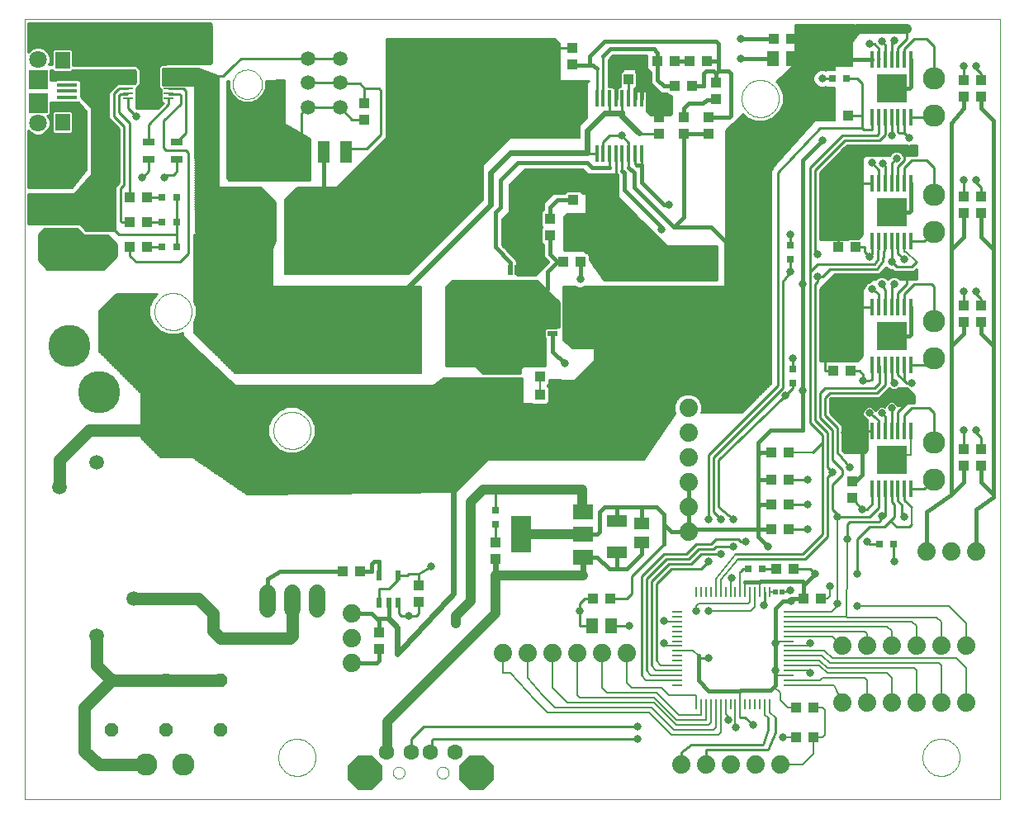
<source format=gtl>
G75*
G70*
%OFA0B0*%
%FSLAX24Y24*%
%IPPOS*%
%LPD*%
%AMOC8*
5,1,8,0,0,1.08239X$1,22.5*
%
%ADD10C,0.0000*%
%ADD11R,0.0200X0.0200*%
%ADD12R,0.0394X0.0098*%
%ADD13R,0.0315X0.0315*%
%ADD14R,0.0433X0.0394*%
%ADD15R,0.0472X0.0315*%
%ADD16R,0.0787X0.0157*%
%ADD17R,0.0591X0.0669*%
%ADD18C,0.0007*%
%ADD19C,0.0709*%
%ADD20C,0.0660*%
%ADD21R,0.0591X0.0512*%
%ADD22R,0.0472X0.0866*%
%ADD23R,0.1417X0.0866*%
%ADD24C,0.0591*%
%ADD25R,0.0394X0.0433*%
%ADD26R,0.0140X0.0660*%
%ADD27R,0.1142X0.0945*%
%ADD28R,0.0787X0.0472*%
%ADD29R,0.1450X0.2100*%
%ADD30R,0.0547X0.0551*%
%ADD31R,0.1323X0.1913*%
%ADD32R,0.0200X0.0400*%
%ADD33R,0.1280X0.0748*%
%ADD34R,0.0400X0.0200*%
%ADD35R,0.0748X0.1280*%
%ADD36R,0.0087X0.0394*%
%ADD37R,0.0394X0.0087*%
%ADD38C,0.0740*%
%ADD39R,0.0787X0.0591*%
%ADD40R,0.0787X0.1496*%
%ADD41R,0.0512X0.0591*%
%ADD42C,0.0594*%
%ADD43C,0.0660*%
%ADD44OC8,0.0520*%
%ADD45C,0.0900*%
%ADD46R,0.0236X0.0433*%
%ADD47R,0.0165X0.0701*%
%ADD48R,0.1220X0.1181*%
%ADD49C,0.1063*%
%ADD50C,0.1700*%
%ADD51OC8,0.1384*%
%ADD52C,0.0630*%
%ADD53C,0.0100*%
%ADD54C,0.0320*%
%ADD55C,0.0050*%
%ADD56C,0.0160*%
%ADD57C,0.0240*%
%ADD58C,0.0080*%
%ADD59C,0.0400*%
%ADD60C,0.0500*%
D10*
X001700Y027810D02*
X001700Y059306D01*
X041070Y059306D01*
X041070Y027810D01*
X001700Y027810D01*
X011950Y029510D02*
X011952Y029564D01*
X011958Y029618D01*
X011968Y029671D01*
X011981Y029724D01*
X011998Y029775D01*
X012019Y029825D01*
X012044Y029873D01*
X012072Y029920D01*
X012103Y029964D01*
X012137Y030006D01*
X012174Y030045D01*
X012214Y030082D01*
X012257Y030115D01*
X012302Y030146D01*
X012349Y030173D01*
X012397Y030196D01*
X012448Y030216D01*
X012499Y030233D01*
X012552Y030245D01*
X012605Y030254D01*
X012659Y030259D01*
X012714Y030260D01*
X012768Y030257D01*
X012821Y030250D01*
X012874Y030239D01*
X012927Y030225D01*
X012978Y030207D01*
X013027Y030185D01*
X013075Y030160D01*
X013121Y030131D01*
X013165Y030099D01*
X013206Y030064D01*
X013244Y030026D01*
X013280Y029985D01*
X013313Y029942D01*
X013343Y029897D01*
X013369Y029849D01*
X013392Y029800D01*
X013411Y029749D01*
X013426Y029698D01*
X013438Y029645D01*
X013446Y029591D01*
X013450Y029537D01*
X013450Y029483D01*
X013446Y029429D01*
X013438Y029375D01*
X013426Y029322D01*
X013411Y029271D01*
X013392Y029220D01*
X013369Y029171D01*
X013343Y029123D01*
X013313Y029078D01*
X013280Y029035D01*
X013244Y028994D01*
X013206Y028956D01*
X013165Y028921D01*
X013121Y028889D01*
X013075Y028860D01*
X013027Y028835D01*
X012978Y028813D01*
X012927Y028795D01*
X012874Y028781D01*
X012821Y028770D01*
X012768Y028763D01*
X012714Y028760D01*
X012659Y028761D01*
X012605Y028766D01*
X012552Y028775D01*
X012499Y028787D01*
X012448Y028804D01*
X012397Y028824D01*
X012349Y028847D01*
X012302Y028874D01*
X012257Y028905D01*
X012214Y028938D01*
X012174Y028975D01*
X012137Y029014D01*
X012103Y029056D01*
X012072Y029100D01*
X012044Y029147D01*
X012019Y029195D01*
X011998Y029245D01*
X011981Y029296D01*
X011968Y029349D01*
X011958Y029402D01*
X011952Y029456D01*
X011950Y029510D01*
X016578Y028893D02*
X016580Y028923D01*
X016586Y028953D01*
X016595Y028982D01*
X016608Y029009D01*
X016625Y029034D01*
X016644Y029057D01*
X016667Y029078D01*
X016692Y029095D01*
X016718Y029109D01*
X016747Y029119D01*
X016776Y029126D01*
X016806Y029129D01*
X016837Y029128D01*
X016867Y029123D01*
X016896Y029114D01*
X016923Y029102D01*
X016949Y029087D01*
X016973Y029068D01*
X016994Y029046D01*
X017012Y029022D01*
X017027Y028995D01*
X017038Y028967D01*
X017046Y028938D01*
X017050Y028908D01*
X017050Y028878D01*
X017046Y028848D01*
X017038Y028819D01*
X017027Y028791D01*
X017012Y028764D01*
X016994Y028740D01*
X016973Y028718D01*
X016949Y028699D01*
X016923Y028684D01*
X016896Y028672D01*
X016867Y028663D01*
X016837Y028658D01*
X016806Y028657D01*
X016776Y028660D01*
X016747Y028667D01*
X016718Y028677D01*
X016692Y028691D01*
X016667Y028708D01*
X016644Y028729D01*
X016625Y028752D01*
X016608Y028777D01*
X016595Y028804D01*
X016586Y028833D01*
X016580Y028863D01*
X016578Y028893D01*
X018350Y028893D02*
X018352Y028923D01*
X018358Y028953D01*
X018367Y028982D01*
X018380Y029009D01*
X018397Y029034D01*
X018416Y029057D01*
X018439Y029078D01*
X018464Y029095D01*
X018490Y029109D01*
X018519Y029119D01*
X018548Y029126D01*
X018578Y029129D01*
X018609Y029128D01*
X018639Y029123D01*
X018668Y029114D01*
X018695Y029102D01*
X018721Y029087D01*
X018745Y029068D01*
X018766Y029046D01*
X018784Y029022D01*
X018799Y028995D01*
X018810Y028967D01*
X018818Y028938D01*
X018822Y028908D01*
X018822Y028878D01*
X018818Y028848D01*
X018810Y028819D01*
X018799Y028791D01*
X018784Y028764D01*
X018766Y028740D01*
X018745Y028718D01*
X018721Y028699D01*
X018695Y028684D01*
X018668Y028672D01*
X018639Y028663D01*
X018609Y028658D01*
X018578Y028657D01*
X018548Y028660D01*
X018519Y028667D01*
X018490Y028677D01*
X018464Y028691D01*
X018439Y028708D01*
X018416Y028729D01*
X018397Y028752D01*
X018380Y028777D01*
X018367Y028804D01*
X018358Y028833D01*
X018352Y028863D01*
X018350Y028893D01*
X011750Y042710D02*
X011752Y042764D01*
X011758Y042818D01*
X011768Y042871D01*
X011781Y042924D01*
X011798Y042975D01*
X011819Y043025D01*
X011844Y043073D01*
X011872Y043120D01*
X011903Y043164D01*
X011937Y043206D01*
X011974Y043245D01*
X012014Y043282D01*
X012057Y043315D01*
X012102Y043346D01*
X012149Y043373D01*
X012197Y043396D01*
X012248Y043416D01*
X012299Y043433D01*
X012352Y043445D01*
X012405Y043454D01*
X012459Y043459D01*
X012514Y043460D01*
X012568Y043457D01*
X012621Y043450D01*
X012674Y043439D01*
X012727Y043425D01*
X012778Y043407D01*
X012827Y043385D01*
X012875Y043360D01*
X012921Y043331D01*
X012965Y043299D01*
X013006Y043264D01*
X013044Y043226D01*
X013080Y043185D01*
X013113Y043142D01*
X013143Y043097D01*
X013169Y043049D01*
X013192Y043000D01*
X013211Y042949D01*
X013226Y042898D01*
X013238Y042845D01*
X013246Y042791D01*
X013250Y042737D01*
X013250Y042683D01*
X013246Y042629D01*
X013238Y042575D01*
X013226Y042522D01*
X013211Y042471D01*
X013192Y042420D01*
X013169Y042371D01*
X013143Y042323D01*
X013113Y042278D01*
X013080Y042235D01*
X013044Y042194D01*
X013006Y042156D01*
X012965Y042121D01*
X012921Y042089D01*
X012875Y042060D01*
X012827Y042035D01*
X012778Y042013D01*
X012727Y041995D01*
X012674Y041981D01*
X012621Y041970D01*
X012568Y041963D01*
X012514Y041960D01*
X012459Y041961D01*
X012405Y041966D01*
X012352Y041975D01*
X012299Y041987D01*
X012248Y042004D01*
X012197Y042024D01*
X012149Y042047D01*
X012102Y042074D01*
X012057Y042105D01*
X012014Y042138D01*
X011974Y042175D01*
X011937Y042214D01*
X011903Y042256D01*
X011872Y042300D01*
X011844Y042347D01*
X011819Y042395D01*
X011798Y042445D01*
X011781Y042496D01*
X011768Y042549D01*
X011758Y042602D01*
X011752Y042656D01*
X011750Y042710D01*
X006950Y047510D02*
X006952Y047564D01*
X006958Y047618D01*
X006968Y047671D01*
X006981Y047724D01*
X006998Y047775D01*
X007019Y047825D01*
X007044Y047873D01*
X007072Y047920D01*
X007103Y047964D01*
X007137Y048006D01*
X007174Y048045D01*
X007214Y048082D01*
X007257Y048115D01*
X007302Y048146D01*
X007349Y048173D01*
X007397Y048196D01*
X007448Y048216D01*
X007499Y048233D01*
X007552Y048245D01*
X007605Y048254D01*
X007659Y048259D01*
X007714Y048260D01*
X007768Y048257D01*
X007821Y048250D01*
X007874Y048239D01*
X007927Y048225D01*
X007978Y048207D01*
X008027Y048185D01*
X008075Y048160D01*
X008121Y048131D01*
X008165Y048099D01*
X008206Y048064D01*
X008244Y048026D01*
X008280Y047985D01*
X008313Y047942D01*
X008343Y047897D01*
X008369Y047849D01*
X008392Y047800D01*
X008411Y047749D01*
X008426Y047698D01*
X008438Y047645D01*
X008446Y047591D01*
X008450Y047537D01*
X008450Y047483D01*
X008446Y047429D01*
X008438Y047375D01*
X008426Y047322D01*
X008411Y047271D01*
X008392Y047220D01*
X008369Y047171D01*
X008343Y047123D01*
X008313Y047078D01*
X008280Y047035D01*
X008244Y046994D01*
X008206Y046956D01*
X008165Y046921D01*
X008121Y046889D01*
X008075Y046860D01*
X008027Y046835D01*
X007978Y046813D01*
X007927Y046795D01*
X007874Y046781D01*
X007821Y046770D01*
X007768Y046763D01*
X007714Y046760D01*
X007659Y046761D01*
X007605Y046766D01*
X007552Y046775D01*
X007499Y046787D01*
X007448Y046804D01*
X007397Y046824D01*
X007349Y046847D01*
X007302Y046874D01*
X007257Y046905D01*
X007214Y046938D01*
X007174Y046975D01*
X007137Y047014D01*
X007103Y047056D01*
X007072Y047100D01*
X007044Y047147D01*
X007019Y047195D01*
X006998Y047245D01*
X006981Y047296D01*
X006968Y047349D01*
X006958Y047402D01*
X006952Y047456D01*
X006950Y047510D01*
X010109Y056684D02*
X010111Y056732D01*
X010117Y056780D01*
X010127Y056827D01*
X010140Y056873D01*
X010158Y056918D01*
X010178Y056962D01*
X010203Y057004D01*
X010231Y057043D01*
X010261Y057080D01*
X010295Y057114D01*
X010332Y057146D01*
X010370Y057175D01*
X010411Y057200D01*
X010454Y057222D01*
X010499Y057240D01*
X010545Y057254D01*
X010592Y057265D01*
X010640Y057272D01*
X010688Y057275D01*
X010736Y057274D01*
X010784Y057269D01*
X010832Y057260D01*
X010878Y057248D01*
X010923Y057231D01*
X010967Y057211D01*
X011009Y057188D01*
X011049Y057161D01*
X011087Y057131D01*
X011122Y057098D01*
X011154Y057062D01*
X011184Y057024D01*
X011210Y056983D01*
X011232Y056940D01*
X011252Y056896D01*
X011267Y056851D01*
X011279Y056804D01*
X011287Y056756D01*
X011291Y056708D01*
X011291Y056660D01*
X011287Y056612D01*
X011279Y056564D01*
X011267Y056517D01*
X011252Y056472D01*
X011232Y056428D01*
X011210Y056385D01*
X011184Y056344D01*
X011154Y056306D01*
X011122Y056270D01*
X011087Y056237D01*
X011049Y056207D01*
X011009Y056180D01*
X010967Y056157D01*
X010923Y056137D01*
X010878Y056120D01*
X010832Y056108D01*
X010784Y056099D01*
X010736Y056094D01*
X010688Y056093D01*
X010640Y056096D01*
X010592Y056103D01*
X010545Y056114D01*
X010499Y056128D01*
X010454Y056146D01*
X010411Y056168D01*
X010370Y056193D01*
X010332Y056222D01*
X010295Y056254D01*
X010261Y056288D01*
X010231Y056325D01*
X010203Y056364D01*
X010178Y056406D01*
X010158Y056450D01*
X010140Y056495D01*
X010127Y056541D01*
X010117Y056588D01*
X010111Y056636D01*
X010109Y056684D01*
X030650Y056110D02*
X030652Y056164D01*
X030658Y056218D01*
X030668Y056271D01*
X030681Y056324D01*
X030698Y056375D01*
X030719Y056425D01*
X030744Y056473D01*
X030772Y056520D01*
X030803Y056564D01*
X030837Y056606D01*
X030874Y056645D01*
X030914Y056682D01*
X030957Y056715D01*
X031002Y056746D01*
X031049Y056773D01*
X031097Y056796D01*
X031148Y056816D01*
X031199Y056833D01*
X031252Y056845D01*
X031305Y056854D01*
X031359Y056859D01*
X031414Y056860D01*
X031468Y056857D01*
X031521Y056850D01*
X031574Y056839D01*
X031627Y056825D01*
X031678Y056807D01*
X031727Y056785D01*
X031775Y056760D01*
X031821Y056731D01*
X031865Y056699D01*
X031906Y056664D01*
X031944Y056626D01*
X031980Y056585D01*
X032013Y056542D01*
X032043Y056497D01*
X032069Y056449D01*
X032092Y056400D01*
X032111Y056349D01*
X032126Y056298D01*
X032138Y056245D01*
X032146Y056191D01*
X032150Y056137D01*
X032150Y056083D01*
X032146Y056029D01*
X032138Y055975D01*
X032126Y055922D01*
X032111Y055871D01*
X032092Y055820D01*
X032069Y055771D01*
X032043Y055723D01*
X032013Y055678D01*
X031980Y055635D01*
X031944Y055594D01*
X031906Y055556D01*
X031865Y055521D01*
X031821Y055489D01*
X031775Y055460D01*
X031727Y055435D01*
X031678Y055413D01*
X031627Y055395D01*
X031574Y055381D01*
X031521Y055370D01*
X031468Y055363D01*
X031414Y055360D01*
X031359Y055361D01*
X031305Y055366D01*
X031252Y055375D01*
X031199Y055387D01*
X031148Y055404D01*
X031097Y055424D01*
X031049Y055447D01*
X031002Y055474D01*
X030957Y055505D01*
X030914Y055538D01*
X030874Y055575D01*
X030837Y055614D01*
X030803Y055656D01*
X030772Y055700D01*
X030744Y055747D01*
X030719Y055795D01*
X030698Y055845D01*
X030681Y055896D01*
X030668Y055949D01*
X030658Y056002D01*
X030652Y056056D01*
X030650Y056110D01*
X037950Y029510D02*
X037952Y029564D01*
X037958Y029618D01*
X037968Y029671D01*
X037981Y029724D01*
X037998Y029775D01*
X038019Y029825D01*
X038044Y029873D01*
X038072Y029920D01*
X038103Y029964D01*
X038137Y030006D01*
X038174Y030045D01*
X038214Y030082D01*
X038257Y030115D01*
X038302Y030146D01*
X038349Y030173D01*
X038397Y030196D01*
X038448Y030216D01*
X038499Y030233D01*
X038552Y030245D01*
X038605Y030254D01*
X038659Y030259D01*
X038714Y030260D01*
X038768Y030257D01*
X038821Y030250D01*
X038874Y030239D01*
X038927Y030225D01*
X038978Y030207D01*
X039027Y030185D01*
X039075Y030160D01*
X039121Y030131D01*
X039165Y030099D01*
X039206Y030064D01*
X039244Y030026D01*
X039280Y029985D01*
X039313Y029942D01*
X039343Y029897D01*
X039369Y029849D01*
X039392Y029800D01*
X039411Y029749D01*
X039426Y029698D01*
X039438Y029645D01*
X039446Y029591D01*
X039450Y029537D01*
X039450Y029483D01*
X039446Y029429D01*
X039438Y029375D01*
X039426Y029322D01*
X039411Y029271D01*
X039392Y029220D01*
X039369Y029171D01*
X039343Y029123D01*
X039313Y029078D01*
X039280Y029035D01*
X039244Y028994D01*
X039206Y028956D01*
X039165Y028921D01*
X039121Y028889D01*
X039075Y028860D01*
X039027Y028835D01*
X038978Y028813D01*
X038927Y028795D01*
X038874Y028781D01*
X038821Y028770D01*
X038768Y028763D01*
X038714Y028760D01*
X038659Y028761D01*
X038605Y028766D01*
X038552Y028775D01*
X038499Y028787D01*
X038448Y028804D01*
X038397Y028824D01*
X038349Y028847D01*
X038302Y028874D01*
X038257Y028905D01*
X038214Y028938D01*
X038174Y028975D01*
X038137Y029014D01*
X038103Y029056D01*
X038072Y029100D01*
X038044Y029147D01*
X038019Y029195D01*
X037998Y029245D01*
X037981Y029296D01*
X037968Y029349D01*
X037958Y029402D01*
X037952Y029456D01*
X037950Y029510D01*
D11*
X032290Y036180D03*
X032030Y036180D03*
D12*
X007532Y056116D03*
X007532Y056313D03*
X007532Y056510D03*
X007532Y056707D03*
X007532Y056904D03*
X005868Y056904D03*
X005868Y056707D03*
X005868Y056510D03*
X005868Y056313D03*
X005868Y056116D03*
D13*
X007255Y052110D03*
X007845Y052110D03*
X007845Y051110D03*
X007255Y051110D03*
X007255Y050110D03*
X007845Y050110D03*
X020700Y039505D03*
X020700Y038915D03*
X030905Y037110D03*
X031495Y037110D03*
X036205Y038110D03*
X036795Y038110D03*
X032700Y044615D03*
X032700Y045205D03*
X032600Y049615D03*
X032600Y050205D03*
X034305Y056910D03*
X034895Y056910D03*
D14*
X034935Y055410D03*
X034265Y055410D03*
X032635Y058510D03*
X031965Y058510D03*
X029235Y057610D03*
X028565Y057610D03*
X028635Y056610D03*
X027965Y056610D03*
X027935Y057610D03*
X027265Y057610D03*
X024535Y052010D03*
X023865Y052010D03*
X024135Y049510D03*
X023465Y049510D03*
X015235Y037010D03*
X014565Y037010D03*
X006635Y050110D03*
X006635Y051110D03*
X005965Y051110D03*
X005965Y050110D03*
X005965Y052110D03*
X006635Y052110D03*
X024665Y035910D03*
X025335Y035910D03*
X032065Y037110D03*
X032735Y037110D03*
X033165Y035910D03*
X033835Y035910D03*
X032535Y038710D03*
X031865Y038710D03*
X031865Y039710D03*
X032535Y039710D03*
X032535Y040710D03*
X031865Y040710D03*
X031865Y041810D03*
X032535Y041810D03*
X034365Y045110D03*
X035035Y045110D03*
X035235Y050110D03*
X034565Y050110D03*
X033535Y031510D03*
X033535Y030310D03*
X032865Y030310D03*
X032865Y031510D03*
D15*
X029080Y048276D03*
X029080Y048984D03*
X007840Y053656D03*
X007840Y054364D03*
X006700Y054364D03*
X006700Y053656D03*
D16*
X003421Y055902D03*
X003421Y056154D03*
X003421Y056410D03*
X003421Y056666D03*
X003421Y056922D03*
D17*
X003234Y057670D03*
X003234Y055150D03*
D18*
X001879Y055566D02*
X001879Y056308D01*
X002621Y056308D01*
X002621Y055566D01*
X001879Y055566D01*
X001879Y055572D02*
X002621Y055572D01*
X002621Y055578D02*
X001879Y055578D01*
X001879Y055584D02*
X002621Y055584D01*
X002621Y055590D02*
X001879Y055590D01*
X001879Y055596D02*
X002621Y055596D01*
X002621Y055602D02*
X001879Y055602D01*
X001879Y055608D02*
X002621Y055608D01*
X002621Y055614D02*
X001879Y055614D01*
X001879Y055620D02*
X002621Y055620D01*
X002621Y055626D02*
X001879Y055626D01*
X001879Y055632D02*
X002621Y055632D01*
X002621Y055638D02*
X001879Y055638D01*
X001879Y055644D02*
X002621Y055644D01*
X002621Y055650D02*
X001879Y055650D01*
X001879Y055656D02*
X002621Y055656D01*
X002621Y055662D02*
X001879Y055662D01*
X001879Y055668D02*
X002621Y055668D01*
X002621Y055674D02*
X001879Y055674D01*
X001879Y055680D02*
X002621Y055680D01*
X002621Y055686D02*
X001879Y055686D01*
X001879Y055692D02*
X002621Y055692D01*
X002621Y055698D02*
X001879Y055698D01*
X001879Y055704D02*
X002621Y055704D01*
X002621Y055710D02*
X001879Y055710D01*
X001879Y055716D02*
X002621Y055716D01*
X002621Y055722D02*
X001879Y055722D01*
X001879Y055728D02*
X002621Y055728D01*
X002621Y055734D02*
X001879Y055734D01*
X001879Y055740D02*
X002621Y055740D01*
X002621Y055746D02*
X001879Y055746D01*
X001879Y055752D02*
X002621Y055752D01*
X002621Y055758D02*
X001879Y055758D01*
X001879Y055764D02*
X002621Y055764D01*
X002621Y055770D02*
X001879Y055770D01*
X001879Y055776D02*
X002621Y055776D01*
X002621Y055782D02*
X001879Y055782D01*
X001879Y055788D02*
X002621Y055788D01*
X002621Y055794D02*
X001879Y055794D01*
X001879Y055800D02*
X002621Y055800D01*
X002621Y055806D02*
X001879Y055806D01*
X001879Y055812D02*
X002621Y055812D01*
X002621Y055818D02*
X001879Y055818D01*
X001879Y055824D02*
X002621Y055824D01*
X002621Y055830D02*
X001879Y055830D01*
X001879Y055836D02*
X002621Y055836D01*
X002621Y055842D02*
X001879Y055842D01*
X001879Y055848D02*
X002621Y055848D01*
X002621Y055854D02*
X001879Y055854D01*
X001879Y055860D02*
X002621Y055860D01*
X002621Y055866D02*
X001879Y055866D01*
X001879Y055872D02*
X002621Y055872D01*
X002621Y055878D02*
X001879Y055878D01*
X001879Y055884D02*
X002621Y055884D01*
X002621Y055890D02*
X001879Y055890D01*
X001879Y055896D02*
X002621Y055896D01*
X002621Y055902D02*
X001879Y055902D01*
X001879Y055908D02*
X002621Y055908D01*
X002621Y055914D02*
X001879Y055914D01*
X001879Y055920D02*
X002621Y055920D01*
X002621Y055926D02*
X001879Y055926D01*
X001879Y055932D02*
X002621Y055932D01*
X002621Y055938D02*
X001879Y055938D01*
X001879Y055944D02*
X002621Y055944D01*
X002621Y055950D02*
X001879Y055950D01*
X001879Y055956D02*
X002621Y055956D01*
X002621Y055962D02*
X001879Y055962D01*
X001879Y055968D02*
X002621Y055968D01*
X002621Y055974D02*
X001879Y055974D01*
X001879Y055980D02*
X002621Y055980D01*
X002621Y055986D02*
X001879Y055986D01*
X001879Y055992D02*
X002621Y055992D01*
X002621Y055998D02*
X001879Y055998D01*
X001879Y056004D02*
X002621Y056004D01*
X002621Y056010D02*
X001879Y056010D01*
X001879Y056016D02*
X002621Y056016D01*
X002621Y056022D02*
X001879Y056022D01*
X001879Y056028D02*
X002621Y056028D01*
X002621Y056034D02*
X001879Y056034D01*
X001879Y056040D02*
X002621Y056040D01*
X002621Y056046D02*
X001879Y056046D01*
X001879Y056052D02*
X002621Y056052D01*
X002621Y056058D02*
X001879Y056058D01*
X001879Y056064D02*
X002621Y056064D01*
X002621Y056070D02*
X001879Y056070D01*
X001879Y056076D02*
X002621Y056076D01*
X002621Y056082D02*
X001879Y056082D01*
X001879Y056088D02*
X002621Y056088D01*
X002621Y056094D02*
X001879Y056094D01*
X001879Y056100D02*
X002621Y056100D01*
X002621Y056106D02*
X001879Y056106D01*
X001879Y056112D02*
X002621Y056112D01*
X002621Y056118D02*
X001879Y056118D01*
X001879Y056124D02*
X002621Y056124D01*
X002621Y056130D02*
X001879Y056130D01*
X001879Y056136D02*
X002621Y056136D01*
X002621Y056142D02*
X001879Y056142D01*
X001879Y056148D02*
X002621Y056148D01*
X002621Y056154D02*
X001879Y056154D01*
X001879Y056160D02*
X002621Y056160D01*
X002621Y056166D02*
X001879Y056166D01*
X001879Y056172D02*
X002621Y056172D01*
X002621Y056178D02*
X001879Y056178D01*
X001879Y056184D02*
X002621Y056184D01*
X002621Y056190D02*
X001879Y056190D01*
X001879Y056196D02*
X002621Y056196D01*
X002621Y056202D02*
X001879Y056202D01*
X001879Y056208D02*
X002621Y056208D01*
X002621Y056214D02*
X001879Y056214D01*
X001879Y056220D02*
X002621Y056220D01*
X002621Y056226D02*
X001879Y056226D01*
X001879Y056232D02*
X002621Y056232D01*
X002621Y056238D02*
X001879Y056238D01*
X001879Y056244D02*
X002621Y056244D01*
X002621Y056250D02*
X001879Y056250D01*
X001879Y056256D02*
X002621Y056256D01*
X002621Y056262D02*
X001879Y056262D01*
X001879Y056268D02*
X002621Y056268D01*
X002621Y056274D02*
X001879Y056274D01*
X001879Y056280D02*
X002621Y056280D01*
X002621Y056286D02*
X001879Y056286D01*
X001879Y056292D02*
X002621Y056292D01*
X002621Y056298D02*
X001879Y056298D01*
X001879Y056304D02*
X002621Y056304D01*
X001879Y056511D02*
X001879Y057253D01*
X002621Y057253D01*
X002621Y056511D01*
X001879Y056511D01*
X001879Y056517D02*
X002621Y056517D01*
X002621Y056523D02*
X001879Y056523D01*
X001879Y056529D02*
X002621Y056529D01*
X002621Y056535D02*
X001879Y056535D01*
X001879Y056541D02*
X002621Y056541D01*
X002621Y056547D02*
X001879Y056547D01*
X001879Y056553D02*
X002621Y056553D01*
X002621Y056559D02*
X001879Y056559D01*
X001879Y056565D02*
X002621Y056565D01*
X002621Y056571D02*
X001879Y056571D01*
X001879Y056577D02*
X002621Y056577D01*
X002621Y056583D02*
X001879Y056583D01*
X001879Y056589D02*
X002621Y056589D01*
X002621Y056595D02*
X001879Y056595D01*
X001879Y056601D02*
X002621Y056601D01*
X002621Y056607D02*
X001879Y056607D01*
X001879Y056613D02*
X002621Y056613D01*
X002621Y056619D02*
X001879Y056619D01*
X001879Y056625D02*
X002621Y056625D01*
X002621Y056631D02*
X001879Y056631D01*
X001879Y056637D02*
X002621Y056637D01*
X002621Y056643D02*
X001879Y056643D01*
X001879Y056649D02*
X002621Y056649D01*
X002621Y056655D02*
X001879Y056655D01*
X001879Y056661D02*
X002621Y056661D01*
X002621Y056667D02*
X001879Y056667D01*
X001879Y056673D02*
X002621Y056673D01*
X002621Y056679D02*
X001879Y056679D01*
X001879Y056685D02*
X002621Y056685D01*
X002621Y056691D02*
X001879Y056691D01*
X001879Y056697D02*
X002621Y056697D01*
X002621Y056703D02*
X001879Y056703D01*
X001879Y056709D02*
X002621Y056709D01*
X002621Y056715D02*
X001879Y056715D01*
X001879Y056721D02*
X002621Y056721D01*
X002621Y056727D02*
X001879Y056727D01*
X001879Y056733D02*
X002621Y056733D01*
X002621Y056739D02*
X001879Y056739D01*
X001879Y056745D02*
X002621Y056745D01*
X002621Y056751D02*
X001879Y056751D01*
X001879Y056757D02*
X002621Y056757D01*
X002621Y056763D02*
X001879Y056763D01*
X001879Y056769D02*
X002621Y056769D01*
X002621Y056775D02*
X001879Y056775D01*
X001879Y056781D02*
X002621Y056781D01*
X002621Y056787D02*
X001879Y056787D01*
X001879Y056793D02*
X002621Y056793D01*
X002621Y056799D02*
X001879Y056799D01*
X001879Y056805D02*
X002621Y056805D01*
X002621Y056811D02*
X001879Y056811D01*
X001879Y056817D02*
X002621Y056817D01*
X002621Y056823D02*
X001879Y056823D01*
X001879Y056829D02*
X002621Y056829D01*
X002621Y056835D02*
X001879Y056835D01*
X001879Y056841D02*
X002621Y056841D01*
X002621Y056847D02*
X001879Y056847D01*
X001879Y056853D02*
X002621Y056853D01*
X002621Y056859D02*
X001879Y056859D01*
X001879Y056865D02*
X002621Y056865D01*
X002621Y056871D02*
X001879Y056871D01*
X001879Y056877D02*
X002621Y056877D01*
X002621Y056883D02*
X001879Y056883D01*
X001879Y056889D02*
X002621Y056889D01*
X002621Y056895D02*
X001879Y056895D01*
X001879Y056901D02*
X002621Y056901D01*
X002621Y056907D02*
X001879Y056907D01*
X001879Y056913D02*
X002621Y056913D01*
X002621Y056919D02*
X001879Y056919D01*
X001879Y056925D02*
X002621Y056925D01*
X002621Y056931D02*
X001879Y056931D01*
X001879Y056937D02*
X002621Y056937D01*
X002621Y056943D02*
X001879Y056943D01*
X001879Y056949D02*
X002621Y056949D01*
X002621Y056955D02*
X001879Y056955D01*
X001879Y056961D02*
X002621Y056961D01*
X002621Y056967D02*
X001879Y056967D01*
X001879Y056973D02*
X002621Y056973D01*
X002621Y056979D02*
X001879Y056979D01*
X001879Y056985D02*
X002621Y056985D01*
X002621Y056991D02*
X001879Y056991D01*
X001879Y056997D02*
X002621Y056997D01*
X002621Y057003D02*
X001879Y057003D01*
X001879Y057009D02*
X002621Y057009D01*
X002621Y057015D02*
X001879Y057015D01*
X001879Y057021D02*
X002621Y057021D01*
X002621Y057027D02*
X001879Y057027D01*
X001879Y057033D02*
X002621Y057033D01*
X002621Y057039D02*
X001879Y057039D01*
X001879Y057045D02*
X002621Y057045D01*
X002621Y057051D02*
X001879Y057051D01*
X001879Y057057D02*
X002621Y057057D01*
X002621Y057063D02*
X001879Y057063D01*
X001879Y057069D02*
X002621Y057069D01*
X002621Y057075D02*
X001879Y057075D01*
X001879Y057081D02*
X002621Y057081D01*
X002621Y057087D02*
X001879Y057087D01*
X001879Y057093D02*
X002621Y057093D01*
X002621Y057099D02*
X001879Y057099D01*
X001879Y057105D02*
X002621Y057105D01*
X002621Y057111D02*
X001879Y057111D01*
X001879Y057117D02*
X002621Y057117D01*
X002621Y057123D02*
X001879Y057123D01*
X001879Y057129D02*
X002621Y057129D01*
X002621Y057135D02*
X001879Y057135D01*
X001879Y057141D02*
X002621Y057141D01*
X002621Y057147D02*
X001879Y057147D01*
X001879Y057153D02*
X002621Y057153D01*
X002621Y057159D02*
X001879Y057159D01*
X001879Y057165D02*
X002621Y057165D01*
X002621Y057171D02*
X001879Y057171D01*
X001879Y057177D02*
X002621Y057177D01*
X002621Y057183D02*
X001879Y057183D01*
X001879Y057189D02*
X002621Y057189D01*
X002621Y057195D02*
X001879Y057195D01*
X001879Y057201D02*
X002621Y057201D01*
X002621Y057207D02*
X001879Y057207D01*
X001879Y057213D02*
X002621Y057213D01*
X002621Y057219D02*
X001879Y057219D01*
X001879Y057225D02*
X002621Y057225D01*
X002621Y057231D02*
X001879Y057231D01*
X001879Y057237D02*
X002621Y057237D01*
X002621Y057243D02*
X001879Y057243D01*
X001879Y057249D02*
X002621Y057249D01*
D19*
X002250Y057699D03*
X002250Y055120D03*
D20*
X003200Y051510D03*
X003200Y050510D03*
D21*
X004900Y057036D03*
X004900Y057784D03*
X008300Y057784D03*
X008300Y057036D03*
X026620Y038944D03*
X026620Y038196D03*
D22*
X014686Y053970D03*
X013780Y053970D03*
X012874Y053970D03*
D23*
X013780Y051529D03*
D24*
X013141Y055756D03*
X013141Y056740D03*
X013141Y057724D03*
X014440Y057724D03*
X014440Y056740D03*
X014440Y055756D03*
D25*
X015430Y055934D03*
X015430Y055265D03*
X022500Y045544D03*
X022500Y044875D03*
X022500Y044144D03*
X022500Y043475D03*
X020700Y038194D03*
X020700Y037525D03*
X017600Y036444D03*
X017600Y035775D03*
X016000Y034544D03*
X016000Y033875D03*
X022900Y050575D03*
X022900Y051244D03*
X026080Y056875D03*
X026080Y057544D03*
X027300Y055344D03*
X027300Y054675D03*
X028300Y054675D03*
X028300Y055344D03*
X029300Y055344D03*
X029300Y054675D03*
X029600Y056075D03*
X029600Y056744D03*
X023800Y057475D03*
X023800Y058144D03*
X035100Y040644D03*
X035100Y039975D03*
X039600Y041275D03*
X039600Y041944D03*
X040300Y041944D03*
X040300Y041275D03*
X040300Y047075D03*
X040300Y047744D03*
X039600Y047744D03*
X039600Y047075D03*
X039600Y051475D03*
X039600Y052144D03*
X040300Y052144D03*
X040300Y051475D03*
X040300Y056175D03*
X040300Y056844D03*
X039600Y056844D03*
X039600Y056175D03*
D26*
X026600Y056120D03*
X026340Y056120D03*
X026080Y056120D03*
X025830Y056120D03*
X025570Y056120D03*
X025320Y056120D03*
X025060Y056120D03*
X024800Y056120D03*
X024800Y053900D03*
X025060Y053900D03*
X025320Y053900D03*
X025570Y053900D03*
X025830Y053900D03*
X026080Y053900D03*
X026340Y053900D03*
X026600Y053900D03*
D27*
X025960Y049421D03*
X025960Y047019D03*
X014379Y047585D03*
X014379Y049987D03*
D28*
X012690Y049371D03*
X012690Y048111D03*
X025600Y039040D03*
X025600Y037780D03*
X027700Y048080D03*
X027700Y049340D03*
D29*
X019840Y047090D03*
X016490Y047090D03*
D30*
X020558Y045377D03*
X021282Y045377D03*
D31*
X020920Y043810D03*
D32*
X021310Y047840D03*
X021570Y047840D03*
X021830Y047840D03*
X022080Y047840D03*
X022080Y049180D03*
X021830Y049180D03*
X021570Y049180D03*
X021320Y049180D03*
D33*
X021700Y048388D03*
D34*
X023030Y047390D03*
X023030Y047140D03*
X023030Y046880D03*
X023030Y046630D03*
X024370Y046620D03*
X024370Y046880D03*
X024370Y047140D03*
X024370Y047390D03*
D35*
X023822Y047010D03*
D36*
X028824Y036174D03*
X029020Y036174D03*
X029217Y036174D03*
X029414Y036174D03*
X029611Y036174D03*
X029808Y036174D03*
X030005Y036174D03*
X030202Y036174D03*
X030398Y036174D03*
X030595Y036174D03*
X030792Y036174D03*
X030989Y036174D03*
X031186Y036174D03*
X031383Y036174D03*
X031580Y036174D03*
X031776Y036174D03*
X031776Y031646D03*
X031580Y031646D03*
X031383Y031646D03*
X031186Y031646D03*
X030989Y031646D03*
X030792Y031646D03*
X030595Y031646D03*
X030398Y031646D03*
X030202Y031646D03*
X030005Y031646D03*
X029808Y031646D03*
X029611Y031646D03*
X029414Y031646D03*
X029217Y031646D03*
X029020Y031646D03*
X028824Y031646D03*
D37*
X028036Y032433D03*
X028036Y032630D03*
X028036Y032827D03*
X028036Y033024D03*
X028036Y033221D03*
X028036Y033418D03*
X028036Y033615D03*
X028036Y033811D03*
X028036Y034008D03*
X028036Y034205D03*
X028036Y034402D03*
X028036Y034599D03*
X028036Y034796D03*
X028036Y034993D03*
X028036Y035189D03*
X028036Y035386D03*
X032564Y035386D03*
X032564Y035189D03*
X032564Y034993D03*
X032564Y034796D03*
X032564Y034599D03*
X032564Y034402D03*
X032564Y034205D03*
X032564Y034008D03*
X032564Y033811D03*
X032564Y033615D03*
X032564Y033418D03*
X032564Y033221D03*
X032564Y033024D03*
X032564Y032827D03*
X032564Y032630D03*
X032564Y032433D03*
D38*
X034700Y031710D03*
X035700Y031710D03*
X036700Y031710D03*
X037700Y031710D03*
X038700Y031710D03*
X039700Y031710D03*
X039700Y034010D03*
X038700Y034010D03*
X037700Y034010D03*
X036700Y034010D03*
X035700Y034010D03*
X034700Y034010D03*
X032200Y029210D03*
X031200Y029210D03*
X030200Y029210D03*
X029200Y029210D03*
X028200Y029210D03*
X026000Y033710D03*
X025000Y033710D03*
X024000Y033710D03*
X023000Y033710D03*
X022000Y033710D03*
X021000Y033710D03*
X014900Y033310D03*
X014900Y034310D03*
X014900Y035310D03*
X028500Y038610D03*
X028500Y039610D03*
X028500Y040610D03*
X028500Y041610D03*
X028500Y042610D03*
X028500Y043610D03*
X028500Y044610D03*
X028500Y045610D03*
X028500Y046610D03*
X038100Y037810D03*
X039100Y037810D03*
X040100Y037810D03*
D39*
X024240Y037604D03*
X024240Y038510D03*
X024240Y039415D03*
D40*
X021760Y038510D03*
D41*
X024626Y034810D03*
X025374Y034810D03*
X031926Y057710D03*
X032674Y057710D03*
D42*
X006100Y035910D03*
X004600Y034410D03*
X003100Y040410D03*
X004600Y041410D03*
D43*
X011500Y036140D02*
X011500Y035480D01*
X012500Y035480D02*
X012500Y036140D01*
X013500Y036140D02*
X013500Y035480D01*
D44*
X009600Y032610D03*
X009600Y030610D03*
X007400Y030610D03*
X007400Y032610D03*
X005200Y032610D03*
X005200Y030610D03*
D45*
X006600Y029210D03*
X008100Y029210D03*
X038400Y040710D03*
X038400Y042210D03*
X038400Y045610D03*
X038400Y047110D03*
X038400Y050710D03*
X038400Y052210D03*
X038400Y055410D03*
X038400Y056910D03*
D46*
X016774Y036861D03*
X016026Y036861D03*
X016026Y035759D03*
X016400Y035759D03*
X016774Y035759D03*
D47*
X035932Y040341D03*
X036188Y040341D03*
X036444Y040341D03*
X036700Y040341D03*
X036956Y040341D03*
X037212Y040341D03*
X037468Y040341D03*
X037468Y042679D03*
X037212Y042679D03*
X036956Y042679D03*
X036700Y042679D03*
X036444Y042679D03*
X036188Y042679D03*
X035932Y042679D03*
X035932Y045341D03*
X036188Y045341D03*
X036444Y045341D03*
X036700Y045341D03*
X036956Y045341D03*
X037212Y045341D03*
X037468Y045341D03*
X037468Y047679D03*
X037212Y047679D03*
X036956Y047679D03*
X036700Y047679D03*
X036444Y047679D03*
X036188Y047679D03*
X035932Y047679D03*
X035932Y050341D03*
X036188Y050341D03*
X036444Y050341D03*
X036700Y050341D03*
X036956Y050341D03*
X037212Y050341D03*
X037468Y050341D03*
X037468Y052679D03*
X037212Y052679D03*
X036956Y052679D03*
X036700Y052679D03*
X036444Y052679D03*
X036188Y052679D03*
X035932Y052679D03*
X035932Y055341D03*
X036188Y055341D03*
X036444Y055341D03*
X036700Y055341D03*
X036956Y055341D03*
X037212Y055341D03*
X037468Y055341D03*
X037468Y057679D03*
X037212Y057679D03*
X036956Y057679D03*
X036700Y057679D03*
X036444Y057679D03*
X036188Y057679D03*
X035932Y057679D03*
D48*
X036700Y056510D03*
X036700Y051510D03*
X036700Y046510D03*
X036700Y041510D03*
D49*
X010700Y051644D03*
X010700Y053810D03*
D50*
X005894Y046110D03*
X004713Y044259D03*
X003531Y046110D03*
D51*
X015456Y028893D03*
X019944Y028893D03*
D52*
X019078Y029719D03*
X018094Y029719D03*
X017306Y029719D03*
X016322Y029719D03*
D53*
X017300Y029726D02*
X017306Y029719D01*
X017300Y029726D02*
X017300Y030260D01*
X017800Y030760D01*
X026450Y030760D01*
X026450Y030260D02*
X018200Y030260D01*
X018150Y030210D01*
X018150Y029776D01*
X018094Y029719D01*
X017500Y035210D02*
X017200Y035210D01*
X016900Y035210D01*
X016800Y035310D01*
X016800Y035733D01*
X016774Y035759D01*
X016400Y036310D02*
X016000Y036310D01*
X016000Y035785D01*
X016026Y035759D01*
X016400Y036310D02*
X016774Y036684D01*
X016774Y036861D01*
X017151Y036861D01*
X017200Y036910D01*
X017600Y036910D01*
X018100Y037210D01*
X017600Y036910D02*
X017600Y036444D01*
X017600Y035775D02*
X017600Y035310D01*
X017500Y035210D01*
X020700Y038194D02*
X020700Y038915D01*
X020700Y039505D02*
X020700Y040310D01*
X020200Y045010D02*
X019900Y045310D01*
X018700Y045310D01*
X018700Y048510D01*
X018980Y048740D01*
X022380Y048740D01*
X023280Y047890D01*
X023280Y046880D01*
X022768Y046880D01*
X022680Y046792D01*
X022680Y046468D01*
X022700Y046448D01*
X022700Y045310D01*
X021800Y045310D01*
X021700Y045210D01*
X021700Y045010D01*
X020200Y045010D01*
X020162Y045047D02*
X021700Y045047D01*
X021700Y045146D02*
X020064Y045146D01*
X019965Y045244D02*
X021735Y045244D01*
X022700Y045343D02*
X018700Y045343D01*
X018700Y045441D02*
X022700Y045441D01*
X022700Y045540D02*
X018700Y045540D01*
X018700Y045638D02*
X022700Y045638D01*
X022700Y045737D02*
X018700Y045737D01*
X018700Y045835D02*
X022700Y045835D01*
X022700Y045934D02*
X018700Y045934D01*
X018700Y046032D02*
X022700Y046032D01*
X022700Y046131D02*
X018700Y046131D01*
X018700Y046229D02*
X022700Y046229D01*
X022700Y046328D02*
X018700Y046328D01*
X018700Y046426D02*
X022700Y046426D01*
X022680Y046525D02*
X018700Y046525D01*
X018700Y046623D02*
X022680Y046623D01*
X022680Y046722D02*
X018700Y046722D01*
X018700Y046820D02*
X022708Y046820D01*
X023280Y046919D02*
X018700Y046919D01*
X018700Y047017D02*
X023280Y047017D01*
X023280Y047116D02*
X018700Y047116D01*
X018700Y047214D02*
X023280Y047214D01*
X023280Y047313D02*
X018700Y047313D01*
X018700Y047411D02*
X023280Y047411D01*
X023280Y047510D02*
X018700Y047510D01*
X018700Y047608D02*
X023280Y047608D01*
X023280Y047707D02*
X018700Y047707D01*
X018700Y047805D02*
X023280Y047805D01*
X023265Y047904D02*
X018700Y047904D01*
X018700Y048002D02*
X023161Y048002D01*
X023057Y048101D02*
X018700Y048101D01*
X018700Y048199D02*
X022952Y048199D01*
X022848Y048298D02*
X018700Y048298D01*
X018700Y048396D02*
X022744Y048396D01*
X022639Y048495D02*
X018700Y048495D01*
X018802Y048593D02*
X022535Y048593D01*
X022431Y048692D02*
X018922Y048692D01*
X015510Y054090D02*
X014706Y054090D01*
X014686Y053970D01*
X015510Y054090D02*
X016090Y054670D01*
X016090Y056420D01*
X016000Y056510D01*
X015450Y056510D01*
X015430Y056530D01*
X015240Y056720D01*
X014460Y056720D01*
X014440Y056740D01*
X013141Y056740D01*
X013141Y057724D02*
X014440Y057724D01*
X013141Y057724D02*
X010453Y057736D01*
X010100Y057410D01*
X009726Y057036D01*
X008300Y057036D01*
X008166Y056670D02*
X007466Y056670D01*
X007465Y056669D01*
X007290Y056669D01*
X007280Y056660D01*
X007280Y057310D01*
X008700Y057310D01*
X009500Y057010D01*
X009500Y053710D01*
X009520Y052530D01*
X011200Y052510D01*
X011800Y051910D01*
X011800Y050410D01*
X011500Y050010D01*
X009300Y050010D01*
X008600Y050710D01*
X008590Y056670D01*
X008169Y056667D01*
X008166Y056670D01*
X008100Y056510D02*
X008200Y056410D01*
X008200Y054724D01*
X007840Y054364D01*
X008230Y054010D02*
X007420Y054010D01*
X007310Y054120D01*
X007310Y055210D01*
X008000Y055900D01*
X008000Y056260D01*
X007960Y056300D01*
X007545Y056300D01*
X007532Y056313D01*
X007532Y056510D02*
X008100Y056510D01*
X008590Y056473D02*
X009500Y056473D01*
X009500Y056375D02*
X008590Y056375D01*
X008591Y056276D02*
X009500Y056276D01*
X009500Y056178D02*
X008591Y056178D01*
X008591Y056079D02*
X009500Y056079D01*
X009500Y055981D02*
X008591Y055981D01*
X008591Y055882D02*
X009500Y055882D01*
X009500Y055784D02*
X008591Y055784D01*
X008592Y055685D02*
X009500Y055685D01*
X009500Y055587D02*
X008592Y055587D01*
X008592Y055488D02*
X009500Y055488D01*
X009500Y055390D02*
X008592Y055390D01*
X008592Y055291D02*
X009500Y055291D01*
X009500Y055193D02*
X008592Y055193D01*
X008593Y055094D02*
X009500Y055094D01*
X009500Y054996D02*
X008593Y054996D01*
X008593Y054897D02*
X009500Y054897D01*
X009500Y054799D02*
X008593Y054799D01*
X008593Y054700D02*
X009500Y054700D01*
X009500Y054602D02*
X008593Y054602D01*
X008594Y054503D02*
X009500Y054503D01*
X009500Y054405D02*
X008594Y054405D01*
X008594Y054306D02*
X009500Y054306D01*
X009500Y054208D02*
X008594Y054208D01*
X008594Y054109D02*
X009500Y054109D01*
X009500Y054011D02*
X008594Y054011D01*
X008595Y053912D02*
X009500Y053912D01*
X009500Y053814D02*
X008595Y053814D01*
X008595Y053715D02*
X009500Y053715D01*
X009502Y053617D02*
X008595Y053617D01*
X008595Y053518D02*
X009503Y053518D01*
X009505Y053420D02*
X008595Y053420D01*
X008596Y053321D02*
X009507Y053321D01*
X009508Y053223D02*
X008596Y053223D01*
X008596Y053124D02*
X009510Y053124D01*
X009512Y053026D02*
X008596Y053026D01*
X008596Y052927D02*
X009513Y052927D01*
X009515Y052829D02*
X008596Y052829D01*
X008597Y052730D02*
X009517Y052730D01*
X009518Y052632D02*
X008597Y052632D01*
X008597Y052533D02*
X009520Y052533D01*
X009880Y052910D02*
X009960Y052830D01*
X013210Y052830D01*
X013220Y054500D01*
X012170Y055100D01*
X012190Y056840D01*
X011441Y056830D01*
X011441Y056537D01*
X011328Y056264D01*
X011119Y056056D01*
X010847Y055943D01*
X010553Y055943D01*
X010281Y056056D01*
X010072Y056264D01*
X009959Y056537D01*
X009959Y056811D01*
X009880Y056810D01*
X009880Y052910D01*
X009880Y052927D02*
X013211Y052927D01*
X013211Y053026D02*
X009880Y053026D01*
X009880Y053124D02*
X013212Y053124D01*
X013212Y053223D02*
X009880Y053223D01*
X009880Y053321D02*
X013213Y053321D01*
X013214Y053420D02*
X009880Y053420D01*
X009880Y053518D02*
X013214Y053518D01*
X013215Y053617D02*
X009880Y053617D01*
X009880Y053715D02*
X013215Y053715D01*
X013216Y053814D02*
X009880Y053814D01*
X009880Y053912D02*
X013216Y053912D01*
X013217Y054011D02*
X009880Y054011D01*
X009880Y054109D02*
X013218Y054109D01*
X013218Y054208D02*
X009880Y054208D01*
X009880Y054306D02*
X013219Y054306D01*
X013219Y054405D02*
X009880Y054405D01*
X009880Y054503D02*
X013214Y054503D01*
X013041Y054602D02*
X009880Y054602D01*
X009880Y054700D02*
X012869Y054700D01*
X012697Y054799D02*
X009880Y054799D01*
X009880Y054897D02*
X012524Y054897D01*
X012352Y054996D02*
X009880Y054996D01*
X009880Y055094D02*
X012180Y055094D01*
X012171Y055193D02*
X009880Y055193D01*
X009880Y055291D02*
X012172Y055291D01*
X012173Y055390D02*
X009880Y055390D01*
X009880Y055488D02*
X012174Y055488D01*
X012176Y055587D02*
X009880Y055587D01*
X009880Y055685D02*
X012177Y055685D01*
X012178Y055784D02*
X009880Y055784D01*
X009880Y055882D02*
X012179Y055882D01*
X012180Y055981D02*
X010938Y055981D01*
X011143Y056079D02*
X012181Y056079D01*
X012182Y056178D02*
X011241Y056178D01*
X011333Y056276D02*
X012184Y056276D01*
X012185Y056375D02*
X011374Y056375D01*
X011414Y056473D02*
X012186Y056473D01*
X012187Y056572D02*
X011441Y056572D01*
X011441Y056670D02*
X012188Y056670D01*
X012189Y056769D02*
X011441Y056769D01*
X010462Y055981D02*
X009880Y055981D01*
X009880Y056079D02*
X010257Y056079D01*
X010159Y056178D02*
X009880Y056178D01*
X009880Y056276D02*
X010067Y056276D01*
X010026Y056375D02*
X009880Y056375D01*
X009880Y056473D02*
X009986Y056473D01*
X009959Y056572D02*
X009880Y056572D01*
X009880Y056670D02*
X009959Y056670D01*
X009959Y056769D02*
X009880Y056769D01*
X009500Y056769D02*
X007280Y056769D01*
X007280Y056867D02*
X009500Y056867D01*
X009500Y056966D02*
X007280Y056966D01*
X007280Y057064D02*
X009354Y057064D01*
X009092Y057163D02*
X007280Y057163D01*
X007280Y057261D02*
X008829Y057261D01*
X009190Y057510D02*
X007400Y057510D01*
X007400Y057490D01*
X007205Y057490D01*
X007100Y057384D01*
X007100Y056734D01*
X007099Y056733D01*
X007100Y056659D01*
X007100Y056585D01*
X007101Y056585D01*
X007101Y056584D01*
X007153Y056532D01*
X007205Y056480D01*
X007205Y056013D01*
X007281Y055937D01*
X007323Y055937D01*
X007095Y055710D01*
X006200Y055710D01*
X006200Y056530D01*
X006215Y056530D01*
X006320Y056635D01*
X006370Y056685D01*
X006370Y057304D01*
X006265Y057410D01*
X006225Y057450D01*
X004400Y057450D01*
X003660Y057466D01*
X003660Y058058D01*
X003583Y058134D01*
X002885Y058134D01*
X002809Y058058D01*
X002809Y057485D01*
X002687Y057488D01*
X002734Y057603D01*
X002734Y057796D01*
X002661Y057974D01*
X002524Y058110D01*
X002346Y058184D01*
X002154Y058184D01*
X001976Y058110D01*
X001850Y057984D01*
X001850Y059156D01*
X009232Y059156D01*
X009240Y058980D01*
X009240Y057560D01*
X009190Y057510D01*
X009237Y057557D02*
X003660Y057557D01*
X003660Y057655D02*
X009240Y057655D01*
X009240Y057754D02*
X003660Y057754D01*
X003660Y057852D02*
X009240Y057852D01*
X009240Y057951D02*
X003660Y057951D01*
X003660Y058049D02*
X009240Y058049D01*
X009240Y058148D02*
X002432Y058148D01*
X002585Y058049D02*
X002809Y058049D01*
X002809Y057951D02*
X002670Y057951D01*
X002711Y057852D02*
X002809Y057852D01*
X002809Y057754D02*
X002734Y057754D01*
X002734Y057655D02*
X002809Y057655D01*
X002809Y057557D02*
X002715Y057557D01*
X002754Y057270D02*
X002820Y057270D01*
X002885Y057205D01*
X003583Y057205D01*
X003648Y057270D01*
X006150Y057270D01*
X006190Y057230D01*
X006190Y056760D01*
X006140Y056710D01*
X005440Y056710D01*
X005080Y056350D01*
X005080Y055330D01*
X005520Y054890D01*
X005520Y052790D01*
X005510Y052780D01*
X005510Y052720D01*
X005350Y052560D01*
X005350Y050810D01*
X005360Y050800D01*
X004180Y050800D01*
X003940Y051040D01*
X001850Y051040D01*
X001850Y052270D01*
X003720Y052270D01*
X004420Y053050D01*
X004420Y055750D01*
X003980Y056190D01*
X003980Y056830D01*
X003960Y056850D01*
X003893Y056850D01*
X003869Y056874D01*
X002974Y056874D01*
X002949Y056850D01*
X002754Y056850D01*
X002754Y057270D01*
X002754Y057261D02*
X002829Y057261D01*
X002754Y057163D02*
X006190Y057163D01*
X006190Y057064D02*
X002754Y057064D01*
X002754Y056966D02*
X006190Y056966D01*
X006190Y056867D02*
X003876Y056867D01*
X003980Y056769D02*
X006190Y056769D01*
X006370Y056769D02*
X007100Y056769D01*
X007100Y056867D02*
X006370Y056867D01*
X006370Y056966D02*
X007100Y056966D01*
X007100Y057064D02*
X006370Y057064D01*
X006370Y057163D02*
X007100Y057163D01*
X007100Y057261D02*
X006370Y057261D01*
X006314Y057360D02*
X007100Y057360D01*
X007174Y057458D02*
X004014Y057458D01*
X003640Y057261D02*
X006158Y057261D01*
X006355Y056670D02*
X007100Y056670D01*
X007113Y056572D02*
X006257Y056572D01*
X006200Y056473D02*
X007205Y056473D01*
X007205Y056375D02*
X006200Y056375D01*
X006200Y056276D02*
X007205Y056276D01*
X007205Y056178D02*
X006200Y056178D01*
X006200Y056079D02*
X007205Y056079D01*
X007237Y055981D02*
X006200Y055981D01*
X006200Y055882D02*
X007268Y055882D01*
X007170Y055784D02*
X006200Y055784D01*
X005897Y055732D02*
X005885Y055747D01*
X005876Y055765D01*
X005870Y055783D01*
X005868Y055803D01*
X005868Y056116D01*
X005836Y056300D02*
X005590Y056300D01*
X005547Y056257D01*
X005530Y056250D02*
X005529Y056249D01*
X005530Y056250D02*
X005539Y056252D01*
X005547Y056257D01*
X005500Y056178D02*
X005500Y055560D01*
X005936Y055124D01*
X005965Y055053D02*
X005965Y052110D01*
X005580Y052490D02*
X005701Y052611D01*
X005730Y052681D02*
X005730Y054990D01*
X005329Y055391D01*
X005300Y055461D02*
X005300Y056310D01*
X005471Y056481D01*
X005541Y056510D02*
X005868Y056510D01*
X005868Y056313D02*
X005859Y056306D01*
X005848Y056302D01*
X005836Y056300D01*
X005861Y056320D02*
X005868Y056313D01*
X005529Y056249D02*
X005517Y056234D01*
X005508Y056216D01*
X005502Y056198D01*
X005500Y056178D01*
X005470Y056481D02*
X005485Y056493D01*
X005503Y056502D01*
X005521Y056508D01*
X005541Y056510D01*
X005401Y056670D02*
X003980Y056670D01*
X003980Y056572D02*
X005302Y056572D01*
X005204Y056473D02*
X003980Y056473D01*
X003980Y056375D02*
X005105Y056375D01*
X005080Y056276D02*
X003980Y056276D01*
X003992Y056178D02*
X005080Y056178D01*
X005080Y056079D02*
X004090Y056079D01*
X004189Y055981D02*
X005080Y055981D01*
X005080Y055882D02*
X004287Y055882D01*
X004386Y055784D02*
X005080Y055784D01*
X005080Y055685D02*
X004420Y055685D01*
X004420Y055587D02*
X005080Y055587D01*
X005080Y055488D02*
X004420Y055488D01*
X004420Y055390D02*
X005080Y055390D01*
X005118Y055291D02*
X004420Y055291D01*
X004420Y055193D02*
X005217Y055193D01*
X005315Y055094D02*
X004420Y055094D01*
X004420Y054996D02*
X005414Y054996D01*
X005512Y054897D02*
X004420Y054897D01*
X004420Y054799D02*
X005520Y054799D01*
X005520Y054700D02*
X004420Y054700D01*
X004420Y054602D02*
X005520Y054602D01*
X005520Y054503D02*
X004420Y054503D01*
X004420Y054405D02*
X005520Y054405D01*
X005520Y054306D02*
X004420Y054306D01*
X004420Y054208D02*
X005520Y054208D01*
X005520Y054109D02*
X004420Y054109D01*
X004420Y054011D02*
X005520Y054011D01*
X005520Y053912D02*
X004420Y053912D01*
X004420Y053814D02*
X005520Y053814D01*
X005520Y053715D02*
X004420Y053715D01*
X004420Y053617D02*
X005520Y053617D01*
X005520Y053518D02*
X004420Y053518D01*
X004420Y053420D02*
X005520Y053420D01*
X005520Y053321D02*
X004420Y053321D01*
X004420Y053223D02*
X005520Y053223D01*
X005520Y053124D02*
X004420Y053124D01*
X004399Y053026D02*
X005520Y053026D01*
X005520Y052927D02*
X004310Y052927D01*
X004222Y052829D02*
X005520Y052829D01*
X005510Y052730D02*
X004133Y052730D01*
X004045Y052632D02*
X005422Y052632D01*
X005350Y052533D02*
X003957Y052533D01*
X003868Y052435D02*
X005350Y052435D01*
X005350Y052336D02*
X003780Y052336D01*
X003600Y052510D02*
X004190Y053240D01*
X004190Y055580D01*
X003880Y055940D01*
X003312Y055945D01*
X002974Y055945D01*
X002970Y055948D01*
X002754Y055950D01*
X002754Y055512D01*
X002676Y055433D01*
X002622Y055433D01*
X002661Y055395D01*
X002734Y055217D01*
X002734Y055024D01*
X002661Y054846D01*
X002524Y054710D01*
X002346Y054636D01*
X002154Y054636D01*
X001976Y054710D01*
X001850Y054836D01*
X001850Y052510D01*
X003600Y052510D01*
X003619Y052533D02*
X001850Y052533D01*
X001850Y052632D02*
X003699Y052632D01*
X003778Y052730D02*
X001850Y052730D01*
X001850Y052829D02*
X003858Y052829D01*
X003937Y052927D02*
X001850Y052927D01*
X001850Y053026D02*
X004017Y053026D01*
X004097Y053124D02*
X001850Y053124D01*
X001850Y053223D02*
X004176Y053223D01*
X004190Y053321D02*
X001850Y053321D01*
X001850Y053420D02*
X004190Y053420D01*
X004190Y053518D02*
X001850Y053518D01*
X001850Y053617D02*
X004190Y053617D01*
X004190Y053715D02*
X001850Y053715D01*
X001850Y053814D02*
X004190Y053814D01*
X004190Y053912D02*
X001850Y053912D01*
X001850Y054011D02*
X004190Y054011D01*
X004190Y054109D02*
X001850Y054109D01*
X001850Y054208D02*
X004190Y054208D01*
X004190Y054306D02*
X001850Y054306D01*
X001850Y054405D02*
X004190Y054405D01*
X004190Y054503D02*
X001850Y054503D01*
X001850Y054602D02*
X004190Y054602D01*
X004190Y054700D02*
X003598Y054700D01*
X003583Y054685D02*
X003660Y054762D01*
X003660Y055538D01*
X003583Y055615D01*
X002885Y055615D01*
X002809Y055538D01*
X002809Y054762D01*
X002885Y054685D01*
X003583Y054685D01*
X003660Y054799D02*
X004190Y054799D01*
X004190Y054897D02*
X003660Y054897D01*
X003660Y054996D02*
X004190Y054996D01*
X004190Y055094D02*
X003660Y055094D01*
X003660Y055193D02*
X004190Y055193D01*
X004190Y055291D02*
X003660Y055291D01*
X003660Y055390D02*
X004190Y055390D01*
X004190Y055488D02*
X003660Y055488D01*
X003611Y055587D02*
X004184Y055587D01*
X004099Y055685D02*
X002754Y055685D01*
X002754Y055587D02*
X002857Y055587D01*
X002809Y055488D02*
X002731Y055488D01*
X002663Y055390D02*
X002809Y055390D01*
X002809Y055291D02*
X002703Y055291D01*
X002734Y055193D02*
X002809Y055193D01*
X002809Y055094D02*
X002734Y055094D01*
X002723Y054996D02*
X002809Y054996D01*
X002809Y054897D02*
X002682Y054897D01*
X002613Y054799D02*
X002809Y054799D01*
X002870Y054700D02*
X002501Y054700D01*
X002754Y055784D02*
X004014Y055784D01*
X003929Y055882D02*
X002754Y055882D01*
X002754Y056867D02*
X002967Y056867D01*
X002068Y058148D02*
X001850Y058148D01*
X001850Y058246D02*
X009240Y058246D01*
X009240Y058345D02*
X001850Y058345D01*
X001850Y058443D02*
X009240Y058443D01*
X009240Y058542D02*
X001850Y058542D01*
X001850Y058640D02*
X009240Y058640D01*
X009240Y058739D02*
X001850Y058739D01*
X001850Y058837D02*
X009240Y058837D01*
X009240Y058936D02*
X001850Y058936D01*
X001850Y059034D02*
X009237Y059034D01*
X009233Y059133D02*
X001850Y059133D01*
X001850Y058049D02*
X001915Y058049D01*
X001850Y054799D02*
X001887Y054799D01*
X001850Y054700D02*
X001999Y054700D01*
X001850Y052238D02*
X005350Y052238D01*
X005350Y052139D02*
X001850Y052139D01*
X001850Y052041D02*
X005350Y052041D01*
X005350Y051942D02*
X001850Y051942D01*
X001850Y051844D02*
X005350Y051844D01*
X005350Y051745D02*
X001850Y051745D01*
X001850Y051647D02*
X005350Y051647D01*
X005350Y051548D02*
X001850Y051548D01*
X001850Y051450D02*
X005350Y051450D01*
X005350Y051351D02*
X001850Y051351D01*
X001850Y051253D02*
X005350Y051253D01*
X005350Y051154D02*
X001850Y051154D01*
X001850Y051056D02*
X005350Y051056D01*
X005350Y050957D02*
X004022Y050957D01*
X004121Y050859D02*
X005350Y050859D01*
X005300Y050810D02*
X004500Y050810D01*
X003800Y051510D01*
X003820Y050850D02*
X004100Y050580D01*
X005060Y050580D01*
X005420Y050220D01*
X005420Y049770D01*
X004880Y049230D01*
X002630Y049230D01*
X002270Y049590D01*
X002270Y050610D01*
X002530Y050850D01*
X003820Y050850D01*
X003913Y050760D02*
X002433Y050760D01*
X002326Y050662D02*
X004015Y050662D01*
X004933Y049283D02*
X002577Y049283D01*
X002478Y049381D02*
X005032Y049381D01*
X005130Y049480D02*
X002380Y049480D01*
X002281Y049578D02*
X005229Y049578D01*
X005327Y049677D02*
X002270Y049677D01*
X002270Y049775D02*
X005420Y049775D01*
X005420Y049874D02*
X002270Y049874D01*
X002270Y049972D02*
X005420Y049972D01*
X005420Y050071D02*
X002270Y050071D01*
X002270Y050169D02*
X005420Y050169D01*
X005372Y050268D02*
X002270Y050268D01*
X002270Y050366D02*
X005273Y050366D01*
X005175Y050465D02*
X002270Y050465D01*
X002270Y050563D02*
X005076Y050563D01*
X005300Y050810D02*
X005500Y050610D01*
X007800Y050610D01*
X007845Y050655D01*
X007845Y051110D01*
X007845Y050110D01*
X008320Y049840D02*
X007990Y049510D01*
X006200Y049510D01*
X005965Y049744D01*
X005965Y050110D01*
X005965Y051110D02*
X005640Y051110D01*
X005580Y051170D01*
X005580Y052490D01*
X005701Y052610D02*
X005713Y052625D01*
X005722Y052643D01*
X005728Y052661D01*
X005730Y052681D01*
X006460Y052920D02*
X006671Y053131D01*
X006700Y053201D02*
X006700Y053656D01*
X006700Y053201D02*
X006698Y053181D01*
X006692Y053163D01*
X006683Y053145D01*
X006671Y053130D01*
X007360Y052910D02*
X007431Y052981D01*
X007501Y053010D02*
X007700Y053010D01*
X007811Y053121D01*
X007840Y053191D02*
X007840Y053656D01*
X007840Y053191D02*
X007838Y053171D01*
X007832Y053153D01*
X007823Y053135D01*
X007811Y053120D01*
X007501Y053010D02*
X007481Y053008D01*
X007463Y053002D01*
X007445Y052993D01*
X007430Y052981D01*
X007255Y052110D02*
X006635Y052110D01*
X006635Y051110D02*
X007255Y051110D01*
X007845Y051110D02*
X007845Y052110D01*
X008598Y052139D02*
X011570Y052139D01*
X011472Y052238D02*
X008597Y052238D01*
X008597Y052336D02*
X011373Y052336D01*
X011275Y052435D02*
X008597Y052435D01*
X008598Y052041D02*
X011669Y052041D01*
X011767Y051942D02*
X008598Y051942D01*
X008598Y051844D02*
X011800Y051844D01*
X011800Y051745D02*
X008598Y051745D01*
X008598Y051647D02*
X011800Y051647D01*
X011800Y051548D02*
X008599Y051548D01*
X008599Y051450D02*
X011800Y051450D01*
X011800Y051351D02*
X008599Y051351D01*
X008599Y051253D02*
X011800Y051253D01*
X011800Y051154D02*
X008599Y051154D01*
X008599Y051056D02*
X011800Y051056D01*
X011800Y050957D02*
X008600Y050957D01*
X008600Y050859D02*
X011800Y050859D01*
X011800Y050760D02*
X008600Y050760D01*
X008648Y050662D02*
X011800Y050662D01*
X011800Y050563D02*
X008746Y050563D01*
X008845Y050465D02*
X011800Y050465D01*
X011767Y050366D02*
X008943Y050366D01*
X009042Y050268D02*
X011694Y050268D01*
X011620Y050169D02*
X009140Y050169D01*
X009239Y050071D02*
X011546Y050071D01*
X012874Y053970D02*
X012894Y055509D01*
X013141Y055756D01*
X014440Y055756D01*
X014930Y055265D01*
X015430Y055265D01*
X015430Y055934D02*
X015430Y056530D01*
X019200Y058010D02*
X019335Y058144D01*
X023800Y058144D01*
X024800Y057310D02*
X024800Y056120D01*
X025060Y056120D02*
X025060Y057830D01*
X026080Y056875D02*
X026080Y056120D01*
X025830Y056120D02*
X025830Y055540D01*
X025800Y055510D01*
X025320Y055530D02*
X025320Y056120D01*
X025320Y055530D02*
X025300Y055510D01*
X025300Y054610D02*
X025800Y054610D01*
X026080Y054330D01*
X026080Y053900D01*
X026080Y053330D01*
X025830Y053200D02*
X025830Y053900D01*
X025570Y053900D02*
X025570Y052680D01*
X025320Y053330D02*
X025320Y053900D01*
X025060Y053900D02*
X025060Y054370D01*
X025300Y054610D01*
X024800Y053900D02*
X024410Y053900D01*
X024400Y053910D01*
X026340Y053900D02*
X026340Y053470D01*
X026400Y053410D01*
X026600Y053410D02*
X026600Y053900D01*
X026535Y054675D02*
X026500Y054710D01*
X026535Y054675D02*
X027300Y054675D01*
X032100Y053110D02*
X032100Y044510D01*
X029300Y041710D01*
X029300Y039110D01*
X029500Y039410D02*
X029800Y039110D01*
X029500Y039410D02*
X029500Y041610D01*
X032300Y044410D01*
X032300Y048710D01*
X032600Y049110D01*
X032600Y049615D01*
X032600Y050205D02*
X032600Y050610D01*
X033800Y050563D02*
X035454Y050563D01*
X035500Y050610D02*
X035347Y050457D01*
X034956Y050457D01*
X034909Y050410D01*
X033800Y050410D01*
X033800Y053127D01*
X034797Y054124D01*
X034900Y054210D01*
X037314Y054210D01*
X037338Y054200D01*
X037462Y054200D01*
X037486Y054210D01*
X037700Y054210D01*
X037700Y053810D01*
X037186Y053810D01*
X037163Y053865D01*
X037076Y053953D01*
X036962Y054000D01*
X036838Y054000D01*
X036724Y053953D01*
X036637Y053865D01*
X036614Y053810D01*
X035986Y053810D01*
X035962Y053820D01*
X035838Y053820D01*
X035814Y053810D01*
X035600Y053810D01*
X035500Y053710D01*
X035500Y050610D01*
X035500Y050662D02*
X033800Y050662D01*
X033800Y050760D02*
X035500Y050760D01*
X035500Y050859D02*
X033800Y050859D01*
X033800Y050957D02*
X035500Y050957D01*
X035500Y051056D02*
X033800Y051056D01*
X033800Y051154D02*
X035500Y051154D01*
X035500Y051253D02*
X033800Y051253D01*
X033800Y051351D02*
X035500Y051351D01*
X035500Y051450D02*
X033800Y051450D01*
X033800Y051548D02*
X035500Y051548D01*
X035500Y051647D02*
X033800Y051647D01*
X033800Y051745D02*
X035500Y051745D01*
X035500Y051844D02*
X033800Y051844D01*
X033800Y051942D02*
X035500Y051942D01*
X035500Y052041D02*
X033800Y052041D01*
X033800Y052139D02*
X035500Y052139D01*
X035500Y052238D02*
X033800Y052238D01*
X033800Y052336D02*
X035500Y052336D01*
X035500Y052435D02*
X033800Y052435D01*
X033800Y052533D02*
X035500Y052533D01*
X035500Y052632D02*
X033800Y052632D01*
X033800Y052730D02*
X035500Y052730D01*
X035500Y052829D02*
X033800Y052829D01*
X033800Y052927D02*
X035500Y052927D01*
X035500Y053026D02*
X033800Y053026D01*
X033800Y053124D02*
X035500Y053124D01*
X035500Y053223D02*
X033896Y053223D01*
X033994Y053321D02*
X035500Y053321D01*
X035500Y053420D02*
X034093Y053420D01*
X034191Y053518D02*
X035500Y053518D01*
X035500Y053617D02*
X034290Y053617D01*
X034388Y053715D02*
X035506Y053715D01*
X035824Y053814D02*
X034487Y053814D01*
X034585Y053912D02*
X036684Y053912D01*
X036616Y053814D02*
X035976Y053814D01*
X035900Y053510D02*
X036188Y053222D01*
X036188Y052679D01*
X035932Y052679D02*
X035331Y052679D01*
X035300Y052710D01*
X036360Y053490D02*
X036444Y053366D01*
X036444Y052679D01*
X036700Y052679D02*
X036700Y053510D01*
X036900Y053690D01*
X037116Y053912D02*
X037700Y053912D01*
X037700Y053814D02*
X037184Y053814D01*
X037200Y053910D02*
X037200Y053610D01*
X036956Y053366D01*
X036956Y052679D01*
X037212Y052679D02*
X037212Y053322D01*
X037500Y053610D01*
X038100Y053610D01*
X038400Y053310D01*
X038400Y052210D01*
X038400Y050710D02*
X038031Y050341D01*
X037468Y050341D01*
X036956Y050341D02*
X036956Y049854D01*
X037200Y049610D01*
X036900Y049310D02*
X036700Y049510D01*
X036700Y050341D01*
X036444Y050341D02*
X036364Y049554D01*
X036100Y049210D01*
X034200Y049210D01*
X033900Y048910D01*
X033700Y048910D01*
X033700Y048710D01*
X033600Y048610D01*
X033600Y043110D01*
X034100Y042610D01*
X034100Y041210D01*
X034300Y041010D01*
X034100Y040810D01*
X034100Y038410D01*
X033200Y037510D01*
X030500Y037510D01*
X030400Y037710D02*
X033100Y037710D01*
X033900Y038510D01*
X033900Y042210D01*
X033900Y042510D01*
X033400Y043010D01*
X033400Y049110D01*
X033700Y049410D01*
X036000Y049410D01*
X036148Y049618D01*
X036188Y050341D01*
X035932Y050341D02*
X035932Y049842D01*
X035800Y049710D01*
X035600Y049910D01*
X035600Y050110D01*
X035235Y050110D01*
X035355Y050465D02*
X033800Y050465D01*
X034100Y050710D02*
X034200Y050610D01*
X034500Y050610D01*
X034565Y050544D01*
X034565Y050110D01*
X034565Y051544D01*
X034300Y051810D01*
X033600Y053210D02*
X033600Y049910D01*
X033700Y049810D01*
X033400Y049110D02*
X033400Y053310D01*
X034700Y054610D01*
X036100Y054610D01*
X036188Y054698D01*
X036188Y055341D01*
X035932Y055341D02*
X035932Y054842D01*
X035568Y054842D01*
X035500Y054910D01*
X035500Y055410D01*
X035500Y056710D01*
X035300Y056910D01*
X034895Y056910D01*
X034305Y056910D02*
X033900Y056910D01*
X034935Y055410D02*
X035500Y055410D01*
X035500Y054910D02*
X033800Y054910D01*
X032100Y053110D01*
X033600Y053210D02*
X034800Y054410D01*
X036200Y054410D01*
X036444Y054654D01*
X036444Y055341D01*
X036700Y055341D02*
X036700Y054610D01*
X036956Y054754D02*
X036956Y055341D01*
X037212Y055341D02*
X037212Y054722D01*
X037200Y054710D01*
X037400Y054510D01*
X037200Y054710D02*
X037000Y054710D01*
X036956Y054754D01*
X037319Y054208D02*
X034898Y054208D01*
X034782Y054109D02*
X037700Y054109D01*
X037700Y054011D02*
X034684Y054011D01*
X036200Y057710D02*
X036188Y057722D01*
X036188Y058122D01*
X036000Y058310D01*
X035800Y058310D01*
X036320Y058430D02*
X036444Y058266D01*
X036444Y057679D01*
X036700Y057679D02*
X036700Y058310D01*
X036800Y058450D01*
X036956Y058166D02*
X037300Y058510D01*
X037300Y058910D01*
X037600Y058510D02*
X038100Y058510D01*
X038400Y058210D01*
X038400Y056910D01*
X038400Y055410D02*
X038131Y055341D01*
X037468Y055341D01*
X037481Y054208D02*
X037700Y054208D01*
X039600Y052810D02*
X039600Y052144D01*
X040100Y052710D02*
X040300Y052510D01*
X040300Y052144D01*
X040100Y052710D02*
X040100Y052810D01*
X037700Y049510D02*
X037500Y049310D01*
X036900Y049310D01*
X036743Y049184D02*
X036375Y049184D01*
X036473Y049283D02*
X036489Y049283D01*
X036481Y049291D02*
X036524Y049247D01*
X036638Y049200D01*
X036727Y049200D01*
X036817Y049110D01*
X037583Y049110D01*
X037700Y049227D01*
X037700Y048810D01*
X037038Y048810D01*
X036976Y048873D01*
X036862Y048920D01*
X036738Y048920D01*
X036624Y048873D01*
X036562Y048810D01*
X036538Y048810D01*
X036476Y048873D01*
X036362Y048920D01*
X036238Y048920D01*
X036124Y048873D01*
X036062Y048810D01*
X035900Y048810D01*
X035790Y048700D01*
X035724Y048673D01*
X035637Y048585D01*
X035610Y048520D01*
X035500Y048410D01*
X035500Y045710D01*
X035300Y045510D01*
X033800Y045510D01*
X033800Y048410D01*
X034400Y049010D01*
X036032Y049010D01*
X036044Y049001D01*
X036113Y049010D01*
X036200Y049010D01*
X036481Y049291D01*
X036276Y049086D02*
X037700Y049086D01*
X037700Y049184D02*
X037657Y049184D01*
X037700Y049227D02*
X037700Y049227D01*
X037700Y048987D02*
X034378Y048987D01*
X034279Y048889D02*
X036164Y048889D01*
X036436Y048889D02*
X036664Y048889D01*
X036936Y048889D02*
X037700Y048889D01*
X037600Y048610D02*
X037212Y048222D01*
X037212Y047679D01*
X036956Y047679D02*
X036956Y048266D01*
X037300Y048610D01*
X037300Y048910D01*
X037600Y048610D02*
X038300Y048610D01*
X038400Y048510D01*
X038400Y047110D01*
X038400Y045610D02*
X038131Y045341D01*
X037468Y045341D01*
X037212Y045341D02*
X037212Y044722D01*
X037324Y044610D01*
X037500Y044610D01*
X037300Y044410D02*
X037600Y044110D01*
X037600Y043810D01*
X037300Y043810D01*
X037200Y043710D01*
X036951Y043710D01*
X036929Y043763D01*
X036853Y043839D01*
X036754Y043880D01*
X036646Y043880D01*
X036547Y043839D01*
X036471Y043763D01*
X036430Y043664D01*
X036430Y043648D01*
X036354Y043680D01*
X036246Y043680D01*
X036147Y043639D01*
X036071Y043563D01*
X036050Y043512D01*
X036029Y043563D01*
X035953Y043639D01*
X035854Y043680D01*
X035746Y043680D01*
X035647Y043639D01*
X035571Y043563D01*
X035530Y043464D01*
X035530Y043356D01*
X035571Y043257D01*
X035647Y043181D01*
X035700Y043159D01*
X035700Y043051D01*
X035700Y043049D01*
X035700Y042679D01*
X035700Y042679D01*
X035700Y042679D01*
X035700Y042679D01*
X035700Y042309D01*
X035700Y042308D01*
X035700Y041910D01*
X035600Y041810D01*
X034800Y041810D01*
X034700Y041910D01*
X034700Y042910D01*
X034200Y043410D01*
X034200Y043984D01*
X034226Y044010D01*
X036200Y044010D01*
X036600Y044410D01*
X036618Y044410D01*
X036647Y044381D01*
X036746Y044340D01*
X036854Y044340D01*
X036953Y044381D01*
X036982Y044410D01*
X037300Y044410D01*
X037352Y044358D02*
X036897Y044358D01*
X036703Y044358D02*
X036548Y044358D01*
X036450Y044259D02*
X037450Y044259D01*
X037549Y044161D02*
X036351Y044161D01*
X036253Y044062D02*
X037600Y044062D01*
X037600Y043964D02*
X034200Y043964D01*
X034200Y043865D02*
X036611Y043865D01*
X036475Y043767D02*
X034200Y043767D01*
X034200Y043668D02*
X035719Y043668D01*
X035881Y043668D02*
X036219Y043668D01*
X036381Y043668D02*
X036432Y043668D01*
X036700Y043610D02*
X036700Y042679D01*
X036444Y042679D02*
X036444Y043266D01*
X036300Y043410D01*
X036078Y043570D02*
X036022Y043570D01*
X035800Y043410D02*
X036188Y043122D01*
X036188Y042679D01*
X035932Y042679D02*
X035369Y042679D01*
X035300Y042610D01*
X035700Y042585D02*
X034700Y042585D01*
X034700Y042683D02*
X035700Y042683D01*
X035700Y042782D02*
X034700Y042782D01*
X034700Y042880D02*
X035700Y042880D01*
X035700Y042979D02*
X034631Y042979D01*
X034532Y043077D02*
X035700Y043077D01*
X035659Y043176D02*
X034434Y043176D01*
X034335Y043274D02*
X035564Y043274D01*
X035530Y043373D02*
X034237Y043373D01*
X034200Y043471D02*
X035533Y043471D01*
X035578Y043570D02*
X034200Y043570D01*
X034000Y043310D02*
X034500Y042810D01*
X034500Y041810D01*
X035000Y041210D01*
X034700Y041110D02*
X034300Y041510D01*
X034300Y042710D01*
X033800Y043210D01*
X033800Y044210D01*
X034000Y044410D01*
X036000Y044410D01*
X036200Y044610D01*
X036200Y045329D01*
X036188Y045341D01*
X035932Y045341D02*
X035932Y044742D01*
X035760Y044730D01*
X035560Y044730D01*
X035560Y044950D01*
X035400Y045110D01*
X035035Y045110D01*
X035330Y045540D02*
X033800Y045540D01*
X033800Y045638D02*
X035429Y045638D01*
X035500Y045737D02*
X033800Y045737D01*
X033800Y045835D02*
X035500Y045835D01*
X035500Y045934D02*
X033800Y045934D01*
X033800Y046032D02*
X035500Y046032D01*
X035500Y046131D02*
X033800Y046131D01*
X033800Y046229D02*
X035500Y046229D01*
X035500Y046328D02*
X033800Y046328D01*
X033800Y046426D02*
X035500Y046426D01*
X035500Y046525D02*
X033800Y046525D01*
X033800Y046623D02*
X035500Y046623D01*
X035500Y046722D02*
X033800Y046722D01*
X033800Y046820D02*
X035500Y046820D01*
X035500Y046919D02*
X033800Y046919D01*
X033800Y047017D02*
X035500Y047017D01*
X035500Y047116D02*
X033800Y047116D01*
X033800Y047214D02*
X035500Y047214D01*
X035500Y047313D02*
X033800Y047313D01*
X033800Y047411D02*
X035500Y047411D01*
X035500Y047510D02*
X033800Y047510D01*
X033800Y047608D02*
X035500Y047608D01*
X035500Y047707D02*
X033800Y047707D01*
X033800Y047805D02*
X035500Y047805D01*
X035500Y047904D02*
X033800Y047904D01*
X033800Y048002D02*
X035500Y048002D01*
X035500Y048101D02*
X033800Y048101D01*
X033800Y048199D02*
X035500Y048199D01*
X035500Y048298D02*
X033800Y048298D01*
X033800Y048396D02*
X035500Y048396D01*
X035585Y048495D02*
X033885Y048495D01*
X033984Y048593D02*
X035645Y048593D01*
X035771Y048692D02*
X034082Y048692D01*
X034181Y048790D02*
X035881Y048790D01*
X035900Y048410D02*
X036188Y048222D01*
X036188Y047679D01*
X035932Y047679D02*
X035431Y047679D01*
X035400Y047710D01*
X036444Y048366D02*
X036300Y048610D01*
X036444Y048366D02*
X036444Y047679D01*
X036700Y047679D02*
X036700Y048510D01*
X036800Y048610D01*
X036700Y045341D02*
X036700Y044710D01*
X036800Y044610D01*
X036444Y044554D02*
X036100Y044210D01*
X034200Y044210D01*
X034000Y044010D01*
X034000Y043310D01*
X034700Y042486D02*
X035700Y042486D01*
X035700Y042388D02*
X034700Y042388D01*
X034700Y042289D02*
X035700Y042289D01*
X035700Y042191D02*
X034700Y042191D01*
X034700Y042092D02*
X035700Y042092D01*
X035700Y041994D02*
X034700Y041994D01*
X034714Y041895D02*
X035686Y041895D01*
X035932Y040341D02*
X035932Y039742D01*
X035700Y039510D01*
X035500Y039510D01*
X035435Y039575D01*
X035100Y039975D01*
X034500Y039310D02*
X034300Y039510D01*
X034300Y040510D01*
X034700Y040910D01*
X034700Y041110D01*
X033900Y042210D02*
X033500Y041810D01*
X033300Y040710D02*
X032535Y040710D01*
X032535Y039710D02*
X033300Y039710D01*
X033300Y038710D02*
X032535Y038710D01*
X032735Y037110D02*
X033400Y037110D01*
X033600Y036910D01*
X034900Y038310D02*
X034900Y038910D01*
X035000Y039010D01*
X036200Y039010D01*
X036320Y039250D01*
X036444Y039254D01*
X036444Y040341D01*
X036188Y040341D02*
X036188Y039598D01*
X035800Y039210D01*
X034500Y039210D01*
X034500Y039310D01*
X035300Y038310D02*
X035800Y038810D01*
X036400Y038810D01*
X036650Y039060D01*
X036900Y038810D01*
X037400Y038810D01*
X037500Y038910D01*
X037200Y039210D02*
X037100Y039310D01*
X037100Y039710D01*
X036956Y039854D01*
X036956Y040341D01*
X037212Y040341D02*
X037212Y039898D01*
X037500Y039610D01*
X037468Y040341D02*
X038031Y040341D01*
X038400Y040710D01*
X038400Y042210D02*
X038400Y043410D01*
X038200Y043610D01*
X037500Y043610D01*
X037212Y043322D01*
X037212Y042679D01*
X036956Y042679D02*
X036956Y043466D01*
X037200Y043710D01*
X037257Y043767D02*
X036925Y043767D01*
X036789Y043865D02*
X037600Y043865D01*
X037200Y044710D02*
X037212Y044722D01*
X037200Y044710D02*
X036956Y044954D01*
X036956Y045341D01*
X036444Y045341D02*
X036444Y044554D01*
X034365Y045110D02*
X034000Y045110D01*
X034000Y045810D01*
X034300Y046810D01*
X034365Y045110D02*
X034200Y045110D01*
X032700Y045205D02*
X032700Y045610D01*
X032700Y044615D02*
X032700Y044410D01*
X032400Y044110D01*
X032300Y044010D01*
X029700Y041510D01*
X029700Y039610D01*
X030300Y039110D01*
X030500Y038310D02*
X029600Y038310D01*
X029400Y038110D01*
X028800Y038110D01*
X028400Y037710D01*
X027500Y037710D01*
X026600Y036810D01*
X026600Y032810D01*
X026800Y033010D02*
X026800Y036710D01*
X027600Y037510D01*
X028500Y037510D01*
X028900Y037910D01*
X029500Y037910D01*
X029600Y038010D01*
X030300Y038010D01*
X030600Y038210D02*
X030500Y038310D01*
X030600Y038210D02*
X030800Y038210D01*
X030700Y037110D02*
X030600Y037010D01*
X030700Y037110D02*
X030905Y037110D01*
X031495Y037110D02*
X032065Y037110D01*
X031580Y036174D02*
X031580Y035689D01*
X031550Y035660D01*
X029800Y037710D02*
X029000Y037710D01*
X028600Y037310D01*
X027700Y037310D01*
X027000Y036610D01*
X027000Y033210D01*
X027200Y033410D02*
X027200Y036510D01*
X027800Y037110D01*
X029000Y037110D01*
X029300Y037410D01*
X027500Y038110D02*
X026200Y036810D01*
X026200Y036110D01*
X026000Y035910D01*
X025335Y035910D01*
X025374Y034810D02*
X026100Y034810D01*
X024626Y034810D02*
X024100Y034810D01*
X024100Y035410D01*
X024100Y035710D01*
X024300Y035910D01*
X024665Y035910D01*
X028600Y030010D02*
X028200Y029710D01*
X028200Y029210D01*
X028600Y030010D02*
X031500Y030010D01*
X031700Y030610D01*
X031700Y031110D01*
X032000Y031110D02*
X032000Y030510D01*
X031700Y029810D01*
X029200Y029810D01*
X029200Y029210D01*
X030595Y031115D02*
X030795Y031115D01*
X031100Y030810D01*
X029300Y033510D02*
X028900Y033510D01*
X035300Y036910D02*
X035300Y038310D01*
X035700Y038210D02*
X035800Y038110D01*
X036205Y038110D01*
X036795Y038110D02*
X036795Y037415D01*
X036800Y037410D01*
X036650Y039060D02*
X036800Y039210D01*
X036800Y039710D01*
X036700Y039810D01*
X036700Y040341D01*
X039600Y041944D02*
X039600Y042710D01*
X040100Y042710D02*
X040100Y042610D01*
X040300Y042410D01*
X040300Y041944D01*
X040300Y047744D02*
X040300Y048010D01*
X040100Y048210D01*
X040100Y048310D01*
X039600Y048310D02*
X039600Y047744D01*
X039600Y056844D02*
X039600Y057410D01*
X040100Y057410D02*
X040100Y057310D01*
X040300Y057110D01*
X040300Y056844D01*
X037600Y058510D02*
X037212Y058122D01*
X037212Y057679D01*
X036956Y057679D02*
X036956Y058166D01*
X036700Y057679D02*
X036700Y057610D01*
X009500Y056670D02*
X007280Y056670D01*
X007280Y056660D02*
X007280Y056660D01*
X007532Y056116D02*
X007530Y056114D01*
X007530Y055890D01*
X006700Y055060D01*
X006700Y054364D01*
X005965Y055053D02*
X005963Y055073D01*
X005957Y055091D01*
X005948Y055109D01*
X005936Y055124D01*
X006230Y055400D02*
X005897Y055732D01*
X005300Y055461D02*
X005302Y055441D01*
X005308Y055423D01*
X005317Y055405D01*
X005329Y055390D01*
X008230Y054010D02*
X008320Y053920D01*
X008320Y049840D01*
X007255Y050110D02*
X006635Y050110D01*
X008590Y056572D02*
X009500Y056572D01*
D54*
X010270Y055490D03*
X010270Y055100D03*
X010670Y055100D03*
X010670Y055490D03*
X011070Y055490D03*
X011070Y055100D03*
X011470Y055100D03*
X011470Y055490D03*
X011470Y054700D03*
X011070Y054700D03*
X010670Y054700D03*
X010270Y054700D03*
X011570Y054100D03*
X011570Y053600D03*
X011570Y053600D03*
X011570Y053090D03*
X012100Y053080D03*
X012090Y053600D03*
X012100Y054090D03*
X012110Y054590D03*
X015200Y052010D03*
X015200Y051010D03*
X016200Y051010D03*
X016200Y050010D03*
X017200Y050010D03*
X017200Y051010D03*
X017200Y052010D03*
X017200Y053010D03*
X017200Y054010D03*
X017200Y055010D03*
X017200Y056010D03*
X017200Y057010D03*
X017200Y058010D03*
X018200Y058010D03*
X018200Y057010D03*
X018200Y056010D03*
X018200Y055010D03*
X018200Y054010D03*
X018200Y053110D03*
X018200Y052010D03*
X018200Y051010D03*
X019200Y052010D03*
X019200Y053010D03*
X019200Y054010D03*
X019200Y055010D03*
X019200Y056010D03*
X019200Y057010D03*
X019200Y058010D03*
X020200Y058010D03*
X020200Y057010D03*
X020200Y056010D03*
X020200Y055010D03*
X020200Y054010D03*
X021200Y056010D03*
X021200Y057010D03*
X021200Y058010D03*
X022200Y058010D03*
X022200Y057010D03*
X022200Y056010D03*
X023200Y056010D03*
X025540Y057650D03*
X026640Y057650D03*
X026780Y056830D03*
X027300Y055910D03*
X025800Y054610D03*
X025800Y051410D03*
X025800Y050810D03*
X025800Y050310D03*
X026400Y050310D03*
X026400Y050810D03*
X027400Y050810D03*
X027700Y049910D03*
X028200Y049910D03*
X028900Y049510D03*
X027700Y051810D03*
X025200Y051410D03*
X025200Y050810D03*
X025200Y050310D03*
X024600Y050810D03*
X024140Y048810D03*
X022500Y047310D03*
X022500Y046910D03*
X022500Y046510D03*
X021800Y046110D03*
X021400Y046110D03*
X021000Y046110D03*
X021200Y047310D03*
X021600Y047310D03*
X022000Y047310D03*
X023500Y045410D03*
X022200Y050010D03*
X022200Y050610D03*
X022200Y051210D03*
X022200Y051810D03*
X022200Y052410D03*
X021600Y051810D03*
X021600Y051210D03*
X021600Y050610D03*
X021600Y050010D03*
X016200Y052010D03*
X016200Y053010D03*
X007680Y057800D03*
X007680Y058300D03*
X007080Y058300D03*
X007080Y057800D03*
X006730Y057260D03*
X006740Y056790D03*
X006980Y056400D03*
X006980Y056000D03*
X006480Y056000D03*
X006480Y056400D03*
X006230Y055400D03*
X006480Y057800D03*
X006480Y058300D03*
X005860Y058300D03*
X005870Y057800D03*
X004100Y057820D03*
X004120Y058260D03*
X003650Y058320D03*
X003170Y058330D03*
X003900Y054980D03*
X003890Y054380D03*
X003790Y053590D03*
X003790Y053090D03*
X003290Y053090D03*
X003290Y053590D03*
X004000Y050110D03*
X004000Y049510D03*
X003400Y049510D03*
X002800Y049510D03*
X004600Y049510D03*
X004600Y050110D03*
X005200Y050110D03*
X006460Y052920D03*
X007360Y052910D03*
X018100Y037210D03*
X017200Y035210D03*
X019100Y034910D03*
X019700Y036310D03*
X024100Y035410D03*
X026100Y034810D03*
X027500Y035010D03*
X027500Y034110D03*
X028800Y035410D03*
X029300Y035410D03*
X029300Y033510D03*
X030100Y031010D03*
X030400Y030710D03*
X031100Y030810D03*
X032300Y030310D03*
X032000Y033010D03*
X032000Y034110D03*
X033400Y034110D03*
X033400Y032910D03*
X032650Y035820D03*
X032620Y036260D03*
X031550Y035660D03*
X030260Y036750D03*
X029800Y037710D03*
X030300Y038010D03*
X030800Y038210D03*
X030300Y039110D03*
X029800Y039110D03*
X029300Y039110D03*
X029300Y037410D03*
X031700Y038010D03*
X033300Y038710D03*
X033300Y039710D03*
X033300Y040710D03*
X034300Y041010D03*
X035000Y041210D03*
X034800Y042610D03*
X034800Y043110D03*
X035300Y043110D03*
X035300Y042610D03*
X035800Y043410D03*
X036300Y043410D03*
X036700Y043610D03*
X036800Y044610D03*
X037500Y044610D03*
X037000Y046210D03*
X036700Y046510D03*
X036400Y046710D03*
X036400Y046210D03*
X037000Y046710D03*
X036800Y048610D03*
X036300Y048610D03*
X035900Y048410D03*
X034900Y048010D03*
X034900Y047410D03*
X034900Y046810D03*
X034300Y046810D03*
X034300Y047410D03*
X034300Y048010D03*
X033700Y048910D03*
X033100Y048610D03*
X033700Y049810D03*
X032600Y049110D03*
X031600Y047910D03*
X031100Y047910D03*
X031100Y047410D03*
X031600Y047410D03*
X031600Y046910D03*
X031100Y046910D03*
X031100Y044810D03*
X031300Y044410D03*
X031600Y044810D03*
X030800Y044410D03*
X030800Y043910D03*
X032400Y044110D03*
X033100Y044310D03*
X032700Y045610D03*
X034400Y043610D03*
X034900Y043610D03*
X035560Y044730D03*
X036400Y041710D03*
X036700Y041510D03*
X037000Y041710D03*
X037000Y041210D03*
X036400Y041210D03*
X035500Y039510D03*
X036320Y039250D03*
X035700Y038210D03*
X034900Y038310D03*
X034500Y039210D03*
X035300Y036910D03*
X035300Y035610D03*
X034500Y035710D03*
X034200Y036410D03*
X033600Y036910D03*
X036800Y037410D03*
X037200Y039210D03*
X039600Y042710D03*
X040100Y042710D03*
X040100Y048310D03*
X039600Y048310D03*
X037200Y049610D03*
X036700Y049510D03*
X035800Y049710D03*
X036400Y051210D03*
X036700Y051510D03*
X036400Y051710D03*
X037000Y051710D03*
X037000Y051210D03*
X036360Y053490D03*
X035900Y053510D03*
X034900Y053010D03*
X034900Y052410D03*
X034900Y051810D03*
X034300Y051810D03*
X034300Y052410D03*
X034300Y053010D03*
X033900Y054410D03*
X033900Y056910D03*
X035800Y058310D03*
X036320Y058430D03*
X036800Y058450D03*
X037000Y056710D03*
X036700Y056510D03*
X036400Y056710D03*
X036400Y056210D03*
X037000Y056210D03*
X036700Y054610D03*
X037400Y054510D03*
X036900Y053690D03*
X039600Y052810D03*
X040100Y052810D03*
X040100Y057410D03*
X039600Y057410D03*
X032600Y050610D03*
X031600Y051910D03*
X031600Y052410D03*
X031600Y052910D03*
X031100Y052910D03*
X031100Y052410D03*
X031100Y051910D03*
X030600Y057710D03*
X030600Y058510D03*
X026450Y030760D03*
X026450Y030260D03*
D55*
X019456Y040565D02*
X010032Y040565D01*
X010103Y040517D02*
X019407Y040517D01*
X019359Y040468D02*
X010174Y040468D01*
X010245Y040420D02*
X019310Y040420D01*
X019262Y040371D02*
X010316Y040371D01*
X010388Y040323D02*
X019213Y040323D01*
X019165Y040274D02*
X010459Y040274D01*
X010530Y040226D02*
X019116Y040226D01*
X019100Y040210D02*
X010700Y040110D01*
X008500Y041610D01*
X007200Y041610D01*
X006400Y042410D01*
X006400Y044210D01*
X004700Y045910D01*
X004700Y047510D01*
X005400Y048210D01*
X007078Y048210D01*
X006907Y048039D01*
X006765Y047696D01*
X006765Y047324D01*
X006907Y046980D01*
X007170Y046717D01*
X007514Y046575D01*
X007886Y046575D01*
X008100Y046663D01*
X008100Y046510D01*
X008500Y046110D01*
X010200Y044510D01*
X018200Y044510D01*
X018600Y044810D01*
X021800Y044810D01*
X021800Y043790D01*
X022172Y043797D01*
X022227Y043743D01*
X022773Y043743D01*
X022882Y043851D01*
X022882Y044438D01*
X022810Y044510D01*
X022882Y044582D01*
X022882Y044748D01*
X023920Y044730D01*
X024700Y045510D01*
X024700Y046010D01*
X023820Y046010D01*
X023460Y046370D01*
X023460Y048510D01*
X023963Y048510D01*
X024071Y048465D01*
X024209Y048465D01*
X024317Y048510D01*
X030000Y048510D01*
X030000Y054810D01*
X030703Y055485D01*
X030870Y055317D01*
X031214Y055175D01*
X031586Y055175D01*
X031930Y055317D01*
X032193Y055580D01*
X032335Y055924D01*
X032335Y056296D01*
X032193Y056639D01*
X032052Y056780D01*
X032500Y057210D01*
X032800Y057510D01*
X032800Y059080D01*
X035220Y059080D01*
X035100Y058510D01*
X035100Y057410D01*
X034400Y057410D01*
X034400Y057252D01*
X034071Y057252D01*
X034043Y057224D01*
X033969Y057255D01*
X033831Y057255D01*
X033705Y057202D01*
X033608Y057105D01*
X033555Y056978D01*
X033555Y056841D01*
X033608Y056714D01*
X033705Y056617D01*
X033831Y056565D01*
X033969Y056565D01*
X034043Y056595D01*
X034071Y056567D01*
X034400Y056567D01*
X034400Y055210D01*
X033600Y055210D01*
X031900Y053310D01*
X031900Y053242D01*
X031865Y053207D01*
X031865Y053203D01*
X031862Y053200D01*
X031865Y053106D01*
X031865Y044607D01*
X030668Y043410D01*
X029018Y043410D01*
X029055Y043499D01*
X029055Y043720D01*
X028971Y043924D01*
X028814Y044080D01*
X028610Y044165D01*
X028390Y044165D01*
X028186Y044080D01*
X028029Y043924D01*
X027945Y043720D01*
X027945Y043499D01*
X027989Y043394D01*
X026700Y041510D01*
X020400Y041510D01*
X019100Y040210D01*
X019504Y040614D02*
X009961Y040614D01*
X009890Y040662D02*
X019553Y040662D01*
X019601Y040711D02*
X009818Y040711D01*
X009747Y040759D02*
X019650Y040759D01*
X019698Y040808D02*
X009676Y040808D01*
X009605Y040856D02*
X019747Y040856D01*
X019795Y040905D02*
X009534Y040905D01*
X009463Y040953D02*
X019844Y040953D01*
X019892Y041002D02*
X009392Y041002D01*
X009321Y041050D02*
X019941Y041050D01*
X019989Y041099D02*
X009249Y041099D01*
X009178Y041147D02*
X020038Y041147D01*
X020086Y041196D02*
X009107Y041196D01*
X009036Y041244D02*
X020135Y041244D01*
X020183Y041293D02*
X008965Y041293D01*
X008894Y041341D02*
X020232Y041341D01*
X020280Y041390D02*
X008823Y041390D01*
X008751Y041438D02*
X020329Y041438D01*
X020377Y041487D02*
X008680Y041487D01*
X008609Y041535D02*
X026717Y041535D01*
X026751Y041584D02*
X008538Y041584D01*
X007177Y041632D02*
X026784Y041632D01*
X026817Y041681D02*
X007129Y041681D01*
X007080Y041729D02*
X026850Y041729D01*
X026883Y041778D02*
X012693Y041778D01*
X012686Y041775D02*
X013030Y041917D01*
X013293Y042180D01*
X013435Y042524D01*
X013435Y042896D01*
X013293Y043239D01*
X013030Y043502D01*
X012686Y043645D01*
X012314Y043645D01*
X011970Y043502D01*
X011707Y043239D01*
X011565Y042896D01*
X011565Y042524D01*
X011707Y042180D01*
X011970Y041917D01*
X012314Y041775D01*
X012686Y041775D01*
X012810Y041826D02*
X026917Y041826D01*
X026950Y041875D02*
X012928Y041875D01*
X013036Y041923D02*
X026983Y041923D01*
X027016Y041972D02*
X013084Y041972D01*
X013133Y042020D02*
X027049Y042020D01*
X027083Y042069D02*
X013181Y042069D01*
X013230Y042117D02*
X027116Y042117D01*
X027149Y042166D02*
X013278Y042166D01*
X013307Y042214D02*
X027182Y042214D01*
X027215Y042263D02*
X013327Y042263D01*
X013347Y042311D02*
X027248Y042311D01*
X027282Y042360D02*
X013367Y042360D01*
X013387Y042408D02*
X027315Y042408D01*
X027348Y042457D02*
X013407Y042457D01*
X013427Y042505D02*
X027381Y042505D01*
X027414Y042554D02*
X013435Y042554D01*
X013435Y042602D02*
X027448Y042602D01*
X027481Y042651D02*
X013435Y042651D01*
X013435Y042699D02*
X027514Y042699D01*
X027547Y042748D02*
X013435Y042748D01*
X013435Y042796D02*
X027580Y042796D01*
X027613Y042845D02*
X013435Y042845D01*
X013435Y042893D02*
X027647Y042893D01*
X027680Y042942D02*
X013416Y042942D01*
X013396Y042990D02*
X027713Y042990D01*
X027746Y043039D02*
X013376Y043039D01*
X013356Y043087D02*
X027779Y043087D01*
X027813Y043136D02*
X013336Y043136D01*
X013315Y043184D02*
X027846Y043184D01*
X027879Y043233D02*
X013295Y043233D01*
X013251Y043281D02*
X027912Y043281D01*
X027945Y043330D02*
X013202Y043330D01*
X013154Y043378D02*
X027979Y043378D01*
X027975Y043427D02*
X013105Y043427D01*
X013057Y043475D02*
X027955Y043475D01*
X027945Y043524D02*
X012978Y043524D01*
X012861Y043572D02*
X027945Y043572D01*
X027945Y043621D02*
X012744Y043621D01*
X012256Y043621D02*
X006400Y043621D01*
X006400Y043669D02*
X027945Y043669D01*
X027945Y043718D02*
X006400Y043718D01*
X006400Y043766D02*
X022203Y043766D01*
X021800Y043815D02*
X006400Y043815D01*
X006400Y043863D02*
X021800Y043863D01*
X021800Y043912D02*
X006400Y043912D01*
X006400Y043960D02*
X021800Y043960D01*
X021800Y044009D02*
X006400Y044009D01*
X006400Y044057D02*
X021800Y044057D01*
X021800Y044106D02*
X006400Y044106D01*
X006400Y044154D02*
X021800Y044154D01*
X021800Y044203D02*
X006400Y044203D01*
X006358Y044251D02*
X021800Y044251D01*
X021800Y044300D02*
X006310Y044300D01*
X006261Y044348D02*
X021800Y044348D01*
X021800Y044397D02*
X006213Y044397D01*
X006164Y044445D02*
X021800Y044445D01*
X021800Y044494D02*
X006116Y044494D01*
X006067Y044542D02*
X010165Y044542D01*
X010114Y044591D02*
X006019Y044591D01*
X005970Y044639D02*
X010062Y044639D01*
X010011Y044688D02*
X005922Y044688D01*
X005873Y044736D02*
X009959Y044736D01*
X009908Y044785D02*
X005825Y044785D01*
X005776Y044833D02*
X009856Y044833D01*
X009805Y044882D02*
X005728Y044882D01*
X005679Y044930D02*
X009753Y044930D01*
X009702Y044979D02*
X005631Y044979D01*
X005582Y045027D02*
X009650Y045027D01*
X009599Y045076D02*
X005534Y045076D01*
X005485Y045124D02*
X009547Y045124D01*
X009495Y045173D02*
X005437Y045173D01*
X005388Y045221D02*
X009444Y045221D01*
X009392Y045270D02*
X005340Y045270D01*
X005291Y045318D02*
X009341Y045318D01*
X009289Y045367D02*
X005243Y045367D01*
X005194Y045415D02*
X009238Y045415D01*
X009186Y045464D02*
X005146Y045464D01*
X005097Y045512D02*
X009135Y045512D01*
X009083Y045561D02*
X005049Y045561D01*
X005000Y045609D02*
X009032Y045609D01*
X008980Y045658D02*
X004952Y045658D01*
X004903Y045706D02*
X008929Y045706D01*
X008877Y045755D02*
X004855Y045755D01*
X004806Y045803D02*
X008826Y045803D01*
X008774Y045852D02*
X004758Y045852D01*
X004709Y045900D02*
X008722Y045900D01*
X008671Y045949D02*
X004700Y045949D01*
X004700Y045997D02*
X008619Y045997D01*
X008568Y046046D02*
X004700Y046046D01*
X004700Y046094D02*
X008516Y046094D01*
X008467Y046143D02*
X004700Y046143D01*
X004700Y046191D02*
X008418Y046191D01*
X008370Y046240D02*
X004700Y046240D01*
X004700Y046288D02*
X008321Y046288D01*
X008273Y046337D02*
X004700Y046337D01*
X004700Y046385D02*
X008224Y046385D01*
X008176Y046434D02*
X004700Y046434D01*
X004700Y046482D02*
X008127Y046482D01*
X008100Y046531D02*
X004700Y046531D01*
X004700Y046579D02*
X007503Y046579D01*
X007386Y046628D02*
X004700Y046628D01*
X004700Y046676D02*
X007269Y046676D01*
X007163Y046725D02*
X004700Y046725D01*
X004700Y046773D02*
X007114Y046773D01*
X007066Y046822D02*
X004700Y046822D01*
X004700Y046870D02*
X007017Y046870D01*
X006969Y046919D02*
X004700Y046919D01*
X004700Y046967D02*
X006920Y046967D01*
X006893Y047016D02*
X004700Y047016D01*
X004700Y047064D02*
X006872Y047064D01*
X006852Y047113D02*
X004700Y047113D01*
X004700Y047161D02*
X006832Y047161D01*
X006812Y047210D02*
X004700Y047210D01*
X004700Y047258D02*
X006792Y047258D01*
X006772Y047307D02*
X004700Y047307D01*
X004700Y047355D02*
X006765Y047355D01*
X006765Y047404D02*
X004700Y047404D01*
X004700Y047452D02*
X006765Y047452D01*
X006765Y047501D02*
X004700Y047501D01*
X004740Y047549D02*
X006765Y047549D01*
X006765Y047598D02*
X004788Y047598D01*
X004837Y047646D02*
X006765Y047646D01*
X006765Y047695D02*
X004885Y047695D01*
X004934Y047743D02*
X006785Y047743D01*
X006805Y047792D02*
X004982Y047792D01*
X005031Y047840D02*
X006825Y047840D01*
X006845Y047889D02*
X005079Y047889D01*
X005128Y047937D02*
X006865Y047937D01*
X006885Y047986D02*
X005176Y047986D01*
X005225Y048034D02*
X006905Y048034D01*
X006951Y048083D02*
X005273Y048083D01*
X005322Y048131D02*
X006999Y048131D01*
X007048Y048180D02*
X005370Y048180D01*
X007897Y046579D02*
X008100Y046579D01*
X008100Y046628D02*
X008014Y046628D01*
X008540Y046670D02*
X008540Y047095D01*
X008635Y047324D01*
X008635Y047696D01*
X008540Y047925D01*
X008540Y049728D01*
X008555Y049743D01*
X008555Y050629D01*
X011840Y050370D01*
X011700Y050010D01*
X011700Y048510D01*
X017700Y048510D01*
X017700Y045010D01*
X010200Y045010D01*
X008540Y046670D01*
X008540Y046676D02*
X017700Y046676D01*
X017700Y046628D02*
X008582Y046628D01*
X008630Y046579D02*
X017700Y046579D01*
X017700Y046531D02*
X008679Y046531D01*
X008727Y046482D02*
X017700Y046482D01*
X017700Y046434D02*
X008776Y046434D01*
X008824Y046385D02*
X017700Y046385D01*
X017700Y046337D02*
X008873Y046337D01*
X008921Y046288D02*
X017700Y046288D01*
X017700Y046240D02*
X008970Y046240D01*
X009018Y046191D02*
X017700Y046191D01*
X017700Y046143D02*
X009067Y046143D01*
X009115Y046094D02*
X017700Y046094D01*
X017700Y046046D02*
X009164Y046046D01*
X009212Y045997D02*
X017700Y045997D01*
X017700Y045949D02*
X009261Y045949D01*
X009309Y045900D02*
X017700Y045900D01*
X017700Y045852D02*
X009358Y045852D01*
X009406Y045803D02*
X017700Y045803D01*
X017700Y045755D02*
X009455Y045755D01*
X009503Y045706D02*
X017700Y045706D01*
X017700Y045658D02*
X009552Y045658D01*
X009600Y045609D02*
X017700Y045609D01*
X017700Y045561D02*
X009649Y045561D01*
X009697Y045512D02*
X017700Y045512D01*
X017700Y045464D02*
X009746Y045464D01*
X009794Y045415D02*
X017700Y045415D01*
X017700Y045367D02*
X009843Y045367D01*
X009891Y045318D02*
X017700Y045318D01*
X017700Y045270D02*
X009940Y045270D01*
X009988Y045221D02*
X017700Y045221D01*
X017700Y045173D02*
X010037Y045173D01*
X010085Y045124D02*
X017700Y045124D01*
X017700Y045076D02*
X010134Y045076D01*
X010182Y045027D02*
X017700Y045027D01*
X018243Y044542D02*
X021800Y044542D01*
X021800Y044591D02*
X018308Y044591D01*
X018373Y044639D02*
X021800Y044639D01*
X021800Y044688D02*
X018437Y044688D01*
X018502Y044736D02*
X021800Y044736D01*
X021800Y044785D02*
X018567Y044785D01*
X017700Y046725D02*
X008540Y046725D01*
X008540Y046773D02*
X017700Y046773D01*
X017700Y046822D02*
X008540Y046822D01*
X008540Y046870D02*
X017700Y046870D01*
X017700Y046919D02*
X008540Y046919D01*
X008540Y046967D02*
X017700Y046967D01*
X017700Y047016D02*
X008540Y047016D01*
X008540Y047064D02*
X017700Y047064D01*
X017700Y047113D02*
X008548Y047113D01*
X008568Y047161D02*
X017700Y047161D01*
X017700Y047210D02*
X008588Y047210D01*
X008608Y047258D02*
X017700Y047258D01*
X017700Y047307D02*
X008628Y047307D01*
X008635Y047355D02*
X017700Y047355D01*
X017700Y047404D02*
X008635Y047404D01*
X008635Y047452D02*
X017700Y047452D01*
X017700Y047501D02*
X008635Y047501D01*
X008635Y047549D02*
X017700Y047549D01*
X017700Y047598D02*
X008635Y047598D01*
X008635Y047646D02*
X017700Y047646D01*
X017700Y047695D02*
X008635Y047695D01*
X008615Y047743D02*
X017700Y047743D01*
X017700Y047792D02*
X008595Y047792D01*
X008575Y047840D02*
X017700Y047840D01*
X017700Y047889D02*
X008555Y047889D01*
X008540Y047937D02*
X017700Y047937D01*
X017700Y047986D02*
X008540Y047986D01*
X008540Y048034D02*
X017700Y048034D01*
X017700Y048083D02*
X008540Y048083D01*
X008540Y048131D02*
X017700Y048131D01*
X017700Y048180D02*
X008540Y048180D01*
X008540Y048228D02*
X017700Y048228D01*
X017700Y048277D02*
X008540Y048277D01*
X008540Y048325D02*
X017700Y048325D01*
X017700Y048374D02*
X008540Y048374D01*
X008540Y048422D02*
X017700Y048422D01*
X017700Y048471D02*
X008540Y048471D01*
X008540Y048519D02*
X011700Y048519D01*
X011700Y048568D02*
X008540Y048568D01*
X008540Y048616D02*
X011700Y048616D01*
X011700Y048665D02*
X008540Y048665D01*
X008540Y048713D02*
X011700Y048713D01*
X011700Y048762D02*
X008540Y048762D01*
X008540Y048810D02*
X011700Y048810D01*
X011700Y048859D02*
X008540Y048859D01*
X008540Y048907D02*
X011700Y048907D01*
X011700Y048956D02*
X008540Y048956D01*
X008540Y049004D02*
X011700Y049004D01*
X011700Y049053D02*
X008540Y049053D01*
X008540Y049101D02*
X011700Y049101D01*
X011700Y049150D02*
X008540Y049150D01*
X008540Y049198D02*
X011700Y049198D01*
X011700Y049247D02*
X008540Y049247D01*
X008540Y049295D02*
X011700Y049295D01*
X011700Y049344D02*
X008540Y049344D01*
X008540Y049392D02*
X011700Y049392D01*
X011700Y049441D02*
X008540Y049441D01*
X008540Y049489D02*
X011700Y049489D01*
X011700Y049538D02*
X008540Y049538D01*
X008540Y049586D02*
X011700Y049586D01*
X011700Y049635D02*
X008540Y049635D01*
X008540Y049683D02*
X011700Y049683D01*
X011700Y049732D02*
X008544Y049732D01*
X008555Y049780D02*
X011700Y049780D01*
X011700Y049829D02*
X008555Y049829D01*
X008555Y049877D02*
X011700Y049877D01*
X011700Y049926D02*
X008555Y049926D01*
X008555Y049974D02*
X011700Y049974D01*
X011705Y050023D02*
X008555Y050023D01*
X008555Y050071D02*
X011724Y050071D01*
X011743Y050120D02*
X008555Y050120D01*
X008555Y050168D02*
X011762Y050168D01*
X011781Y050217D02*
X008555Y050217D01*
X008555Y050265D02*
X011799Y050265D01*
X011818Y050314D02*
X008555Y050314D01*
X008555Y050362D02*
X011837Y050362D01*
X012200Y050362D02*
X018553Y050362D01*
X018504Y050314D02*
X012200Y050314D01*
X012200Y050265D02*
X018456Y050265D01*
X018407Y050217D02*
X012200Y050217D01*
X012200Y050168D02*
X018359Y050168D01*
X018310Y050120D02*
X012200Y050120D01*
X012200Y050071D02*
X018262Y050071D01*
X018213Y050023D02*
X012200Y050023D01*
X012200Y049974D02*
X018165Y049974D01*
X018116Y049926D02*
X012200Y049926D01*
X012200Y049877D02*
X018068Y049877D01*
X018019Y049829D02*
X012200Y049829D01*
X012200Y049780D02*
X017971Y049780D01*
X017922Y049732D02*
X012200Y049732D01*
X012200Y049683D02*
X017874Y049683D01*
X017825Y049635D02*
X012200Y049635D01*
X012200Y049586D02*
X017777Y049586D01*
X017728Y049538D02*
X012200Y049538D01*
X012200Y049489D02*
X017680Y049489D01*
X017631Y049441D02*
X012200Y049441D01*
X012200Y049392D02*
X017583Y049392D01*
X017534Y049344D02*
X012200Y049344D01*
X012200Y049295D02*
X017486Y049295D01*
X017437Y049247D02*
X012200Y049247D01*
X012200Y049198D02*
X017389Y049198D01*
X017340Y049150D02*
X012200Y049150D01*
X012200Y049101D02*
X017292Y049101D01*
X017243Y049053D02*
X012200Y049053D01*
X012200Y049010D02*
X012200Y052010D01*
X012700Y052510D01*
X014300Y052510D01*
X016300Y054510D01*
X016300Y058510D01*
X023100Y058510D01*
X023300Y058310D01*
X023300Y056810D01*
X024500Y056810D01*
X024400Y056710D01*
X024400Y055310D01*
X024100Y055010D01*
X024100Y054510D01*
X021300Y054510D01*
X020200Y053410D01*
X020200Y052010D01*
X017200Y049010D01*
X012200Y049010D01*
X012200Y050411D02*
X018601Y050411D01*
X018650Y050459D02*
X012200Y050459D01*
X012200Y050508D02*
X018698Y050508D01*
X018747Y050556D02*
X012200Y050556D01*
X012200Y050605D02*
X018795Y050605D01*
X018844Y050653D02*
X012200Y050653D01*
X012200Y050702D02*
X018892Y050702D01*
X018941Y050750D02*
X012200Y050750D01*
X012200Y050799D02*
X018989Y050799D01*
X019038Y050847D02*
X012200Y050847D01*
X012200Y050896D02*
X019086Y050896D01*
X019135Y050944D02*
X012200Y050944D01*
X012200Y050993D02*
X019183Y050993D01*
X019232Y051041D02*
X012200Y051041D01*
X012200Y051090D02*
X019280Y051090D01*
X019329Y051138D02*
X012200Y051138D01*
X012200Y051187D02*
X019377Y051187D01*
X019426Y051235D02*
X012200Y051235D01*
X012200Y051284D02*
X019474Y051284D01*
X019523Y051332D02*
X012200Y051332D01*
X012200Y051381D02*
X019571Y051381D01*
X019620Y051429D02*
X012200Y051429D01*
X012200Y051478D02*
X019668Y051478D01*
X019717Y051526D02*
X012200Y051526D01*
X012200Y051575D02*
X019765Y051575D01*
X019814Y051623D02*
X012200Y051623D01*
X012200Y051672D02*
X019862Y051672D01*
X019911Y051720D02*
X012200Y051720D01*
X012200Y051769D02*
X019959Y051769D01*
X020008Y051817D02*
X012200Y051817D01*
X012200Y051866D02*
X020056Y051866D01*
X020105Y051914D02*
X012200Y051914D01*
X012200Y051963D02*
X020153Y051963D01*
X020200Y052011D02*
X012202Y052011D01*
X012250Y052060D02*
X020200Y052060D01*
X020200Y052108D02*
X012299Y052108D01*
X012347Y052157D02*
X020200Y052157D01*
X020200Y052205D02*
X012396Y052205D01*
X012444Y052254D02*
X020200Y052254D01*
X020200Y052302D02*
X012493Y052302D01*
X012541Y052351D02*
X020200Y052351D01*
X020200Y052399D02*
X012590Y052399D01*
X012638Y052448D02*
X020200Y052448D01*
X020200Y052496D02*
X012687Y052496D01*
X011318Y050411D02*
X008555Y050411D01*
X008555Y050459D02*
X010703Y050459D01*
X010087Y050508D02*
X008555Y050508D01*
X008555Y050556D02*
X009471Y050556D01*
X008856Y050605D02*
X008555Y050605D01*
X006400Y043572D02*
X012139Y043572D01*
X012022Y043524D02*
X006400Y043524D01*
X006400Y043475D02*
X011943Y043475D01*
X011895Y043427D02*
X006400Y043427D01*
X006400Y043378D02*
X011846Y043378D01*
X011798Y043330D02*
X006400Y043330D01*
X006400Y043281D02*
X011749Y043281D01*
X011705Y043233D02*
X006400Y043233D01*
X006400Y043184D02*
X011685Y043184D01*
X011664Y043136D02*
X006400Y043136D01*
X006400Y043087D02*
X011644Y043087D01*
X011624Y043039D02*
X006400Y043039D01*
X006400Y042990D02*
X011604Y042990D01*
X011584Y042942D02*
X006400Y042942D01*
X006400Y042893D02*
X011565Y042893D01*
X011565Y042845D02*
X006400Y042845D01*
X006400Y042796D02*
X011565Y042796D01*
X011565Y042748D02*
X006400Y042748D01*
X006400Y042699D02*
X011565Y042699D01*
X011565Y042651D02*
X006400Y042651D01*
X006400Y042602D02*
X011565Y042602D01*
X011565Y042554D02*
X006400Y042554D01*
X006400Y042505D02*
X011573Y042505D01*
X011593Y042457D02*
X006400Y042457D01*
X006401Y042408D02*
X011613Y042408D01*
X011633Y042360D02*
X006450Y042360D01*
X006498Y042311D02*
X011653Y042311D01*
X011673Y042263D02*
X006547Y042263D01*
X006595Y042214D02*
X011693Y042214D01*
X011722Y042166D02*
X006644Y042166D01*
X006692Y042117D02*
X011770Y042117D01*
X011819Y042069D02*
X006741Y042069D01*
X006789Y042020D02*
X011867Y042020D01*
X011916Y041972D02*
X006838Y041972D01*
X006886Y041923D02*
X011964Y041923D01*
X012072Y041875D02*
X006935Y041875D01*
X006983Y041826D02*
X012190Y041826D01*
X012307Y041778D02*
X007032Y041778D01*
X010601Y040177D02*
X016375Y040177D01*
X012301Y040129D02*
X010672Y040129D01*
X014335Y052545D02*
X020200Y052545D01*
X020200Y052593D02*
X014384Y052593D01*
X014432Y052642D02*
X020200Y052642D01*
X020200Y052690D02*
X014481Y052690D01*
X014529Y052739D02*
X020200Y052739D01*
X020200Y052787D02*
X014578Y052787D01*
X014626Y052836D02*
X020200Y052836D01*
X020200Y052884D02*
X014675Y052884D01*
X014723Y052933D02*
X020200Y052933D01*
X020200Y052981D02*
X014772Y052981D01*
X014820Y053030D02*
X020200Y053030D01*
X020200Y053078D02*
X014869Y053078D01*
X014917Y053127D02*
X020200Y053127D01*
X020200Y053175D02*
X014966Y053175D01*
X015014Y053224D02*
X020200Y053224D01*
X020200Y053272D02*
X015063Y053272D01*
X015111Y053321D02*
X020200Y053321D01*
X020200Y053369D02*
X015160Y053369D01*
X015208Y053418D02*
X020208Y053418D01*
X020257Y053466D02*
X015257Y053466D01*
X015305Y053515D02*
X020305Y053515D01*
X020354Y053563D02*
X015354Y053563D01*
X015402Y053612D02*
X020402Y053612D01*
X020451Y053660D02*
X015451Y053660D01*
X015499Y053709D02*
X020499Y053709D01*
X020548Y053757D02*
X015548Y053757D01*
X015596Y053806D02*
X020596Y053806D01*
X020645Y053854D02*
X015645Y053854D01*
X015693Y053903D02*
X020693Y053903D01*
X020742Y053951D02*
X015742Y053951D01*
X015790Y054000D02*
X020790Y054000D01*
X020839Y054048D02*
X015839Y054048D01*
X015887Y054097D02*
X020887Y054097D01*
X020936Y054145D02*
X015936Y054145D01*
X015984Y054194D02*
X020984Y054194D01*
X021033Y054242D02*
X016033Y054242D01*
X016081Y054291D02*
X021081Y054291D01*
X021130Y054339D02*
X016130Y054339D01*
X016178Y054388D02*
X021178Y054388D01*
X021227Y054436D02*
X016227Y054436D01*
X016275Y054485D02*
X021275Y054485D01*
X023300Y056813D02*
X016300Y056813D01*
X016300Y056861D02*
X023300Y056861D01*
X023300Y056910D02*
X016300Y056910D01*
X016300Y056958D02*
X023300Y056958D01*
X023300Y057007D02*
X016300Y057007D01*
X016300Y057055D02*
X023300Y057055D01*
X023300Y057104D02*
X016300Y057104D01*
X016300Y057152D02*
X023300Y057152D01*
X023300Y057201D02*
X016300Y057201D01*
X016300Y057249D02*
X023300Y057249D01*
X023300Y057298D02*
X016300Y057298D01*
X016300Y057346D02*
X023300Y057346D01*
X023300Y057395D02*
X016300Y057395D01*
X016300Y057443D02*
X023300Y057443D01*
X023300Y057492D02*
X016300Y057492D01*
X016300Y057540D02*
X023300Y057540D01*
X023300Y057589D02*
X016300Y057589D01*
X016300Y057637D02*
X023300Y057637D01*
X023300Y057686D02*
X016300Y057686D01*
X016300Y057734D02*
X023300Y057734D01*
X023300Y057783D02*
X016300Y057783D01*
X016300Y057831D02*
X023300Y057831D01*
X023300Y057880D02*
X016300Y057880D01*
X016300Y057928D02*
X023300Y057928D01*
X023300Y057977D02*
X016300Y057977D01*
X016300Y058025D02*
X023300Y058025D01*
X023300Y058074D02*
X016300Y058074D01*
X016300Y058122D02*
X023300Y058122D01*
X023300Y058171D02*
X016300Y058171D01*
X016300Y058219D02*
X023300Y058219D01*
X023300Y058268D02*
X016300Y058268D01*
X016300Y058316D02*
X023293Y058316D01*
X023245Y058365D02*
X016300Y058365D01*
X016300Y058413D02*
X023196Y058413D01*
X023148Y058462D02*
X016300Y058462D01*
X016300Y056764D02*
X024455Y056764D01*
X024406Y056716D02*
X016300Y056716D01*
X016300Y056667D02*
X024400Y056667D01*
X024400Y056619D02*
X016300Y056619D01*
X016300Y056570D02*
X024400Y056570D01*
X024400Y056522D02*
X016300Y056522D01*
X016300Y056473D02*
X024400Y056473D01*
X024400Y056425D02*
X016300Y056425D01*
X016300Y056376D02*
X024400Y056376D01*
X024400Y056328D02*
X016300Y056328D01*
X016300Y056279D02*
X024400Y056279D01*
X024400Y056231D02*
X016300Y056231D01*
X016300Y056182D02*
X024400Y056182D01*
X024400Y056134D02*
X016300Y056134D01*
X016300Y056085D02*
X024400Y056085D01*
X024400Y056037D02*
X016300Y056037D01*
X016300Y055988D02*
X024400Y055988D01*
X024400Y055940D02*
X016300Y055940D01*
X016300Y055891D02*
X024400Y055891D01*
X024400Y055843D02*
X016300Y055843D01*
X016300Y055794D02*
X024400Y055794D01*
X024400Y055746D02*
X016300Y055746D01*
X016300Y055697D02*
X024400Y055697D01*
X024400Y055649D02*
X016300Y055649D01*
X016300Y055600D02*
X024400Y055600D01*
X024400Y055552D02*
X016300Y055552D01*
X016300Y055503D02*
X024400Y055503D01*
X024400Y055455D02*
X016300Y055455D01*
X016300Y055406D02*
X024400Y055406D01*
X024400Y055358D02*
X016300Y055358D01*
X016300Y055309D02*
X024400Y055309D01*
X024351Y055261D02*
X016300Y055261D01*
X016300Y055212D02*
X024303Y055212D01*
X024254Y055164D02*
X016300Y055164D01*
X016300Y055115D02*
X024206Y055115D01*
X024157Y055067D02*
X016300Y055067D01*
X016300Y055018D02*
X024109Y055018D01*
X024100Y054970D02*
X016300Y054970D01*
X016300Y054921D02*
X024100Y054921D01*
X024100Y054873D02*
X016300Y054873D01*
X016300Y054824D02*
X024100Y054824D01*
X024100Y054776D02*
X016300Y054776D01*
X016300Y054727D02*
X024100Y054727D01*
X024100Y054679D02*
X016300Y054679D01*
X016300Y054630D02*
X024100Y054630D01*
X024100Y054582D02*
X016300Y054582D01*
X016300Y054533D02*
X024100Y054533D01*
X024057Y048471D02*
X023460Y048471D01*
X023460Y048422D02*
X031865Y048422D01*
X031865Y048374D02*
X023460Y048374D01*
X023460Y048325D02*
X031865Y048325D01*
X031865Y048277D02*
X023460Y048277D01*
X023460Y048228D02*
X031865Y048228D01*
X031865Y048180D02*
X023460Y048180D01*
X023460Y048131D02*
X031865Y048131D01*
X031865Y048083D02*
X023460Y048083D01*
X023460Y048034D02*
X031865Y048034D01*
X031865Y047986D02*
X023460Y047986D01*
X023460Y047937D02*
X031865Y047937D01*
X031865Y047889D02*
X023460Y047889D01*
X023460Y047840D02*
X031865Y047840D01*
X031865Y047792D02*
X023460Y047792D01*
X023460Y047743D02*
X031865Y047743D01*
X031865Y047695D02*
X023460Y047695D01*
X023460Y047646D02*
X031865Y047646D01*
X031865Y047598D02*
X023460Y047598D01*
X023460Y047549D02*
X031865Y047549D01*
X031865Y047501D02*
X023460Y047501D01*
X023460Y047452D02*
X031865Y047452D01*
X031865Y047404D02*
X023460Y047404D01*
X023460Y047355D02*
X031865Y047355D01*
X031865Y047307D02*
X023460Y047307D01*
X023460Y047258D02*
X031865Y047258D01*
X031865Y047210D02*
X023460Y047210D01*
X023460Y047161D02*
X031865Y047161D01*
X031865Y047113D02*
X023460Y047113D01*
X023460Y047064D02*
X031865Y047064D01*
X031865Y047016D02*
X023460Y047016D01*
X023460Y046967D02*
X031865Y046967D01*
X031865Y046919D02*
X023460Y046919D01*
X023460Y046870D02*
X031865Y046870D01*
X031865Y046822D02*
X023460Y046822D01*
X023460Y046773D02*
X031865Y046773D01*
X031865Y046725D02*
X023460Y046725D01*
X023460Y046676D02*
X031865Y046676D01*
X031865Y046628D02*
X023460Y046628D01*
X023460Y046579D02*
X031865Y046579D01*
X031865Y046531D02*
X023460Y046531D01*
X023460Y046482D02*
X031865Y046482D01*
X031865Y046434D02*
X023460Y046434D01*
X023460Y046385D02*
X031865Y046385D01*
X031865Y046337D02*
X023493Y046337D01*
X023541Y046288D02*
X031865Y046288D01*
X031865Y046240D02*
X023590Y046240D01*
X023638Y046191D02*
X031865Y046191D01*
X031865Y046143D02*
X023687Y046143D01*
X023735Y046094D02*
X031865Y046094D01*
X031865Y046046D02*
X023784Y046046D01*
X024700Y045997D02*
X031865Y045997D01*
X031865Y045949D02*
X024700Y045949D01*
X024700Y045900D02*
X031865Y045900D01*
X031865Y045852D02*
X024700Y045852D01*
X024700Y045803D02*
X031865Y045803D01*
X031865Y045755D02*
X024700Y045755D01*
X024700Y045706D02*
X031865Y045706D01*
X031865Y045658D02*
X024700Y045658D01*
X024700Y045609D02*
X031865Y045609D01*
X031865Y045561D02*
X024700Y045561D01*
X024700Y045512D02*
X031865Y045512D01*
X031865Y045464D02*
X024654Y045464D01*
X024606Y045415D02*
X031865Y045415D01*
X031865Y045367D02*
X024557Y045367D01*
X024509Y045318D02*
X031865Y045318D01*
X031865Y045270D02*
X024460Y045270D01*
X024412Y045221D02*
X031865Y045221D01*
X031865Y045173D02*
X024363Y045173D01*
X024315Y045124D02*
X031865Y045124D01*
X031865Y045076D02*
X024266Y045076D01*
X024218Y045027D02*
X031865Y045027D01*
X031865Y044979D02*
X024169Y044979D01*
X024121Y044930D02*
X031865Y044930D01*
X031865Y044882D02*
X024072Y044882D01*
X024024Y044833D02*
X031865Y044833D01*
X031865Y044785D02*
X023975Y044785D01*
X023927Y044736D02*
X031865Y044736D01*
X031865Y044688D02*
X022882Y044688D01*
X022882Y044736D02*
X023551Y044736D01*
X022882Y044639D02*
X031865Y044639D01*
X031849Y044591D02*
X022882Y044591D01*
X022842Y044542D02*
X031800Y044542D01*
X031752Y044494D02*
X022826Y044494D01*
X022874Y044445D02*
X031703Y044445D01*
X031655Y044397D02*
X022882Y044397D01*
X022882Y044348D02*
X031606Y044348D01*
X031558Y044300D02*
X022882Y044300D01*
X022882Y044251D02*
X031509Y044251D01*
X031461Y044203D02*
X022882Y044203D01*
X022882Y044154D02*
X028364Y044154D01*
X028247Y044106D02*
X022882Y044106D01*
X022882Y044057D02*
X028163Y044057D01*
X028114Y044009D02*
X022882Y044009D01*
X022882Y043960D02*
X028066Y043960D01*
X028024Y043912D02*
X022882Y043912D01*
X022882Y043863D02*
X028004Y043863D01*
X027984Y043815D02*
X022845Y043815D01*
X022797Y043766D02*
X027964Y043766D01*
X028636Y044154D02*
X031412Y044154D01*
X031364Y044106D02*
X028753Y044106D01*
X028837Y044057D02*
X031315Y044057D01*
X031267Y044009D02*
X028886Y044009D01*
X028934Y043960D02*
X031218Y043960D01*
X031170Y043912D02*
X028976Y043912D01*
X028996Y043863D02*
X031121Y043863D01*
X031073Y043815D02*
X029016Y043815D01*
X029036Y043766D02*
X031024Y043766D01*
X030976Y043718D02*
X029055Y043718D01*
X029055Y043669D02*
X030927Y043669D01*
X030879Y043621D02*
X029055Y043621D01*
X029055Y043572D02*
X030830Y043572D01*
X030782Y043524D02*
X029055Y043524D01*
X029045Y043475D02*
X030733Y043475D01*
X030685Y043427D02*
X029025Y043427D01*
X030000Y048519D02*
X031865Y048519D01*
X031865Y048471D02*
X024223Y048471D01*
X030000Y048568D02*
X031865Y048568D01*
X031865Y048616D02*
X030000Y048616D01*
X030000Y048665D02*
X031865Y048665D01*
X031865Y048713D02*
X030000Y048713D01*
X030000Y048762D02*
X031865Y048762D01*
X031865Y048810D02*
X030000Y048810D01*
X030000Y048859D02*
X031865Y048859D01*
X031865Y048907D02*
X030000Y048907D01*
X030000Y048956D02*
X031865Y048956D01*
X031865Y049004D02*
X030000Y049004D01*
X030000Y049053D02*
X031865Y049053D01*
X031865Y049101D02*
X030000Y049101D01*
X030000Y049150D02*
X031865Y049150D01*
X031865Y049198D02*
X030000Y049198D01*
X030000Y049247D02*
X031865Y049247D01*
X031865Y049295D02*
X030000Y049295D01*
X030000Y049344D02*
X031865Y049344D01*
X031865Y049392D02*
X030000Y049392D01*
X030000Y049441D02*
X031865Y049441D01*
X031865Y049489D02*
X030000Y049489D01*
X030000Y049538D02*
X031865Y049538D01*
X031865Y049586D02*
X030000Y049586D01*
X030000Y049635D02*
X031865Y049635D01*
X031865Y049683D02*
X030000Y049683D01*
X030000Y049732D02*
X031865Y049732D01*
X031865Y049780D02*
X030000Y049780D01*
X030000Y049829D02*
X031865Y049829D01*
X031865Y049877D02*
X030000Y049877D01*
X030000Y049926D02*
X031865Y049926D01*
X031865Y049974D02*
X030000Y049974D01*
X030000Y050023D02*
X031865Y050023D01*
X031865Y050071D02*
X030000Y050071D01*
X030000Y050120D02*
X031865Y050120D01*
X031865Y050168D02*
X030000Y050168D01*
X030000Y050217D02*
X031865Y050217D01*
X031865Y050265D02*
X030000Y050265D01*
X030000Y050314D02*
X031865Y050314D01*
X031865Y050362D02*
X030000Y050362D01*
X030000Y050411D02*
X031865Y050411D01*
X031865Y050459D02*
X030000Y050459D01*
X030000Y050508D02*
X031865Y050508D01*
X031865Y050556D02*
X030000Y050556D01*
X030000Y050605D02*
X031865Y050605D01*
X031865Y050653D02*
X030000Y050653D01*
X030000Y050702D02*
X031865Y050702D01*
X031865Y050750D02*
X030000Y050750D01*
X030000Y050799D02*
X031865Y050799D01*
X031865Y050847D02*
X030000Y050847D01*
X030000Y050896D02*
X031865Y050896D01*
X031865Y050944D02*
X030000Y050944D01*
X030000Y050993D02*
X031865Y050993D01*
X031865Y051041D02*
X030000Y051041D01*
X030000Y051090D02*
X031865Y051090D01*
X031865Y051138D02*
X030000Y051138D01*
X030000Y051187D02*
X031865Y051187D01*
X031865Y051235D02*
X030000Y051235D01*
X030000Y051284D02*
X031865Y051284D01*
X031865Y051332D02*
X030000Y051332D01*
X030000Y051381D02*
X031865Y051381D01*
X031865Y051429D02*
X030000Y051429D01*
X030000Y051478D02*
X031865Y051478D01*
X031865Y051526D02*
X030000Y051526D01*
X030000Y051575D02*
X031865Y051575D01*
X031865Y051623D02*
X030000Y051623D01*
X030000Y051672D02*
X031865Y051672D01*
X031865Y051720D02*
X030000Y051720D01*
X030000Y051769D02*
X031865Y051769D01*
X031865Y051817D02*
X030000Y051817D01*
X030000Y051866D02*
X031865Y051866D01*
X031865Y051914D02*
X030000Y051914D01*
X030000Y051963D02*
X031865Y051963D01*
X031865Y052011D02*
X030000Y052011D01*
X030000Y052060D02*
X031865Y052060D01*
X031865Y052108D02*
X030000Y052108D01*
X030000Y052157D02*
X031865Y052157D01*
X031865Y052205D02*
X030000Y052205D01*
X030000Y052254D02*
X031865Y052254D01*
X031865Y052302D02*
X030000Y052302D01*
X030000Y052351D02*
X031865Y052351D01*
X031865Y052399D02*
X030000Y052399D01*
X030000Y052448D02*
X031865Y052448D01*
X031865Y052496D02*
X030000Y052496D01*
X030000Y052545D02*
X031865Y052545D01*
X031865Y052593D02*
X030000Y052593D01*
X030000Y052642D02*
X031865Y052642D01*
X031865Y052690D02*
X030000Y052690D01*
X030000Y052739D02*
X031865Y052739D01*
X031865Y052787D02*
X030000Y052787D01*
X030000Y052836D02*
X031865Y052836D01*
X031865Y052884D02*
X030000Y052884D01*
X030000Y052933D02*
X031865Y052933D01*
X031865Y052981D02*
X030000Y052981D01*
X030000Y053030D02*
X031865Y053030D01*
X031865Y053078D02*
X030000Y053078D01*
X030000Y053127D02*
X031864Y053127D01*
X031863Y053175D02*
X030000Y053175D01*
X030000Y053224D02*
X031882Y053224D01*
X031900Y053272D02*
X030000Y053272D01*
X030000Y053321D02*
X031910Y053321D01*
X031953Y053369D02*
X030000Y053369D01*
X030000Y053418D02*
X031997Y053418D01*
X032040Y053466D02*
X030000Y053466D01*
X030000Y053515D02*
X032084Y053515D01*
X032127Y053563D02*
X030000Y053563D01*
X030000Y053612D02*
X032170Y053612D01*
X032214Y053660D02*
X030000Y053660D01*
X030000Y053709D02*
X032257Y053709D01*
X032301Y053757D02*
X030000Y053757D01*
X030000Y053806D02*
X032344Y053806D01*
X032387Y053854D02*
X030000Y053854D01*
X030000Y053903D02*
X032431Y053903D01*
X032474Y053951D02*
X030000Y053951D01*
X030000Y054000D02*
X032517Y054000D01*
X032561Y054048D02*
X030000Y054048D01*
X030000Y054097D02*
X032604Y054097D01*
X032648Y054145D02*
X030000Y054145D01*
X030000Y054194D02*
X032691Y054194D01*
X032734Y054242D02*
X030000Y054242D01*
X030000Y054291D02*
X032778Y054291D01*
X032821Y054339D02*
X030000Y054339D01*
X030000Y054388D02*
X032865Y054388D01*
X032908Y054436D02*
X030000Y054436D01*
X030000Y054485D02*
X032951Y054485D01*
X032995Y054533D02*
X030000Y054533D01*
X030000Y054582D02*
X033038Y054582D01*
X033082Y054630D02*
X030000Y054630D01*
X030000Y054679D02*
X033125Y054679D01*
X033168Y054727D02*
X030000Y054727D01*
X030000Y054776D02*
X033212Y054776D01*
X033255Y054824D02*
X030015Y054824D01*
X030066Y054873D02*
X033299Y054873D01*
X033342Y054921D02*
X030116Y054921D01*
X030167Y054970D02*
X033385Y054970D01*
X033429Y055018D02*
X030217Y055018D01*
X030268Y055067D02*
X033472Y055067D01*
X033516Y055115D02*
X030318Y055115D01*
X030369Y055164D02*
X033559Y055164D01*
X034400Y055212D02*
X031677Y055212D01*
X031794Y055261D02*
X034400Y055261D01*
X034400Y055309D02*
X031911Y055309D01*
X031970Y055358D02*
X034400Y055358D01*
X034400Y055406D02*
X032019Y055406D01*
X032067Y055455D02*
X034400Y055455D01*
X034400Y055503D02*
X032116Y055503D01*
X032164Y055552D02*
X034400Y055552D01*
X034400Y055600D02*
X032201Y055600D01*
X032221Y055649D02*
X034400Y055649D01*
X034400Y055697D02*
X032241Y055697D01*
X032261Y055746D02*
X034400Y055746D01*
X034400Y055794D02*
X032281Y055794D01*
X032301Y055843D02*
X034400Y055843D01*
X034400Y055891D02*
X032322Y055891D01*
X032335Y055940D02*
X034400Y055940D01*
X034400Y055988D02*
X032335Y055988D01*
X032335Y056037D02*
X034400Y056037D01*
X034400Y056085D02*
X032335Y056085D01*
X032335Y056134D02*
X034400Y056134D01*
X034400Y056182D02*
X032335Y056182D01*
X032335Y056231D02*
X034400Y056231D01*
X034400Y056279D02*
X032335Y056279D01*
X032322Y056328D02*
X034400Y056328D01*
X034400Y056376D02*
X032302Y056376D01*
X032281Y056425D02*
X034400Y056425D01*
X034400Y056473D02*
X032261Y056473D01*
X032241Y056522D02*
X034400Y056522D01*
X034067Y056570D02*
X033982Y056570D01*
X033818Y056570D02*
X032221Y056570D01*
X032201Y056619D02*
X033703Y056619D01*
X033654Y056667D02*
X032165Y056667D01*
X032116Y056716D02*
X033607Y056716D01*
X033587Y056764D02*
X032068Y056764D01*
X032087Y056813D02*
X033567Y056813D01*
X033555Y056861D02*
X032137Y056861D01*
X032188Y056910D02*
X033555Y056910D01*
X033555Y056958D02*
X032238Y056958D01*
X032289Y057007D02*
X033567Y057007D01*
X033587Y057055D02*
X032339Y057055D01*
X032390Y057104D02*
X033607Y057104D01*
X033655Y057152D02*
X032440Y057152D01*
X032491Y057201D02*
X033703Y057201D01*
X033818Y057249D02*
X032540Y057249D01*
X032588Y057298D02*
X034400Y057298D01*
X034400Y057346D02*
X032637Y057346D01*
X032685Y057395D02*
X034400Y057395D01*
X034068Y057249D02*
X033982Y057249D01*
X035100Y057443D02*
X032734Y057443D01*
X032782Y057492D02*
X035100Y057492D01*
X035100Y057540D02*
X032800Y057540D01*
X032800Y057589D02*
X035100Y057589D01*
X035100Y057637D02*
X032800Y057637D01*
X032800Y057686D02*
X035100Y057686D01*
X035100Y057734D02*
X032800Y057734D01*
X032800Y057783D02*
X035100Y057783D01*
X035100Y057831D02*
X032800Y057831D01*
X032800Y057880D02*
X035100Y057880D01*
X035100Y057928D02*
X032800Y057928D01*
X032800Y057977D02*
X035100Y057977D01*
X035100Y058025D02*
X032800Y058025D01*
X032800Y058074D02*
X035100Y058074D01*
X035100Y058122D02*
X032800Y058122D01*
X032800Y058171D02*
X035100Y058171D01*
X035100Y058219D02*
X032800Y058219D01*
X032800Y058268D02*
X035100Y058268D01*
X035100Y058316D02*
X032800Y058316D01*
X032800Y058365D02*
X035100Y058365D01*
X035100Y058413D02*
X032800Y058413D01*
X032800Y058462D02*
X035100Y058462D01*
X035100Y058510D02*
X032800Y058510D01*
X032800Y058559D02*
X035110Y058559D01*
X035121Y058607D02*
X032800Y058607D01*
X032800Y058656D02*
X035131Y058656D01*
X035141Y058704D02*
X032800Y058704D01*
X032800Y058753D02*
X035151Y058753D01*
X035161Y058801D02*
X032800Y058801D01*
X032800Y058850D02*
X035172Y058850D01*
X035182Y058899D02*
X032800Y058899D01*
X032800Y058947D02*
X035192Y058947D01*
X035202Y058996D02*
X032800Y058996D01*
X032800Y059044D02*
X035212Y059044D01*
X031123Y055212D02*
X030419Y055212D01*
X030470Y055261D02*
X031006Y055261D01*
X030889Y055309D02*
X030520Y055309D01*
X030571Y055358D02*
X030830Y055358D01*
X030781Y055406D02*
X030621Y055406D01*
X030672Y055455D02*
X030733Y055455D01*
D56*
X030200Y055410D02*
X030200Y057110D01*
X030100Y057210D01*
X029700Y057210D01*
X029700Y057610D01*
X029235Y057610D01*
X029300Y057610D01*
X029700Y057610D02*
X029700Y058310D01*
X029600Y058410D01*
X025100Y058410D01*
X024500Y057810D01*
X024500Y057470D01*
X023805Y057470D01*
X023800Y057475D01*
X024500Y057470D02*
X024640Y057470D01*
X024800Y057310D01*
X025060Y057830D02*
X025340Y058110D01*
X027100Y058110D01*
X027265Y057944D01*
X027265Y057610D01*
X027265Y057310D01*
X027260Y057304D01*
X027260Y056850D01*
X027500Y056610D01*
X027965Y056610D01*
X027717Y056233D02*
X027780Y056170D01*
X027780Y055510D01*
X027760Y055490D01*
X026980Y055490D01*
X026860Y055610D01*
X026860Y056430D01*
X026820Y056470D01*
X026340Y056470D01*
X026349Y056479D01*
X026351Y056479D01*
X026457Y056584D01*
X026457Y057166D01*
X026420Y057203D01*
X026420Y057290D01*
X026340Y057370D01*
X025700Y057370D01*
X025800Y057270D01*
X025800Y057263D01*
X025703Y057166D01*
X025703Y056630D01*
X025685Y056630D01*
X025580Y056524D01*
X025580Y056510D01*
X025570Y056510D01*
X025570Y056524D01*
X025465Y056630D01*
X025300Y056630D01*
X025300Y057670D01*
X025460Y057830D01*
X026780Y057830D01*
X026780Y057310D01*
X026940Y057150D01*
X026940Y056730D01*
X027380Y056290D01*
X027617Y056290D01*
X027674Y056233D01*
X027717Y056233D01*
X027768Y056181D02*
X026860Y056181D01*
X026860Y056023D02*
X027780Y056023D01*
X027780Y055864D02*
X026860Y055864D01*
X026860Y055706D02*
X027780Y055706D01*
X027780Y055547D02*
X026922Y055547D01*
X027300Y055344D02*
X027300Y055910D01*
X027300Y056110D01*
X026700Y056710D01*
X026600Y056610D01*
X026600Y056510D01*
X026400Y056510D01*
X026340Y056450D01*
X026340Y056120D01*
X026600Y056120D02*
X026600Y056510D01*
X026457Y056657D02*
X027013Y056657D01*
X026940Y056815D02*
X026457Y056815D01*
X026457Y056974D02*
X026940Y056974D01*
X026940Y057132D02*
X026457Y057132D01*
X026419Y057291D02*
X026799Y057291D01*
X026780Y057449D02*
X025300Y057449D01*
X025300Y057291D02*
X025779Y057291D01*
X025703Y057132D02*
X025300Y057132D01*
X025300Y056974D02*
X025703Y056974D01*
X025703Y056815D02*
X025300Y056815D01*
X025300Y056657D02*
X025703Y056657D01*
X025570Y056120D02*
X025570Y057480D01*
X025600Y057510D01*
X026045Y057510D01*
X026080Y057544D01*
X026780Y057608D02*
X025300Y057608D01*
X025397Y057766D02*
X026780Y057766D01*
X027171Y056498D02*
X026371Y056498D01*
X026860Y056340D02*
X027330Y056340D01*
X028300Y055710D02*
X028300Y055344D01*
X028300Y055510D01*
X028300Y055710D02*
X028500Y055910D01*
X029080Y055910D01*
X029240Y056070D01*
X029595Y056070D01*
X029600Y056075D01*
X029600Y056744D02*
X029600Y057110D01*
X029500Y057210D01*
X029200Y057210D01*
X029100Y057110D01*
X029100Y056610D01*
X028635Y056610D01*
X028565Y057610D02*
X027935Y057610D01*
X029300Y055344D02*
X030135Y055344D01*
X030200Y055410D01*
X029300Y054675D02*
X028300Y054675D01*
X028300Y051310D01*
X027900Y050910D01*
X029400Y050910D01*
X030000Y050310D01*
X030000Y048364D01*
X029746Y048110D01*
X029080Y048276D01*
X028896Y047976D01*
X027700Y048080D01*
X028929Y047109D01*
X025960Y047019D01*
X025100Y048810D02*
X024551Y049633D01*
X024551Y049790D01*
X024434Y049907D01*
X024369Y049907D01*
X024300Y050010D01*
X023500Y050010D01*
X023500Y051310D01*
X023600Y051410D01*
X024800Y051410D01*
X025100Y051710D01*
X025100Y052310D01*
X024262Y052310D01*
X024165Y052407D01*
X023566Y052407D01*
X023469Y052310D01*
X023000Y052310D01*
X022600Y051910D01*
X022600Y051641D01*
X022503Y051544D01*
X022503Y050945D01*
X022538Y050910D01*
X022503Y050875D01*
X022503Y050276D01*
X022600Y050179D01*
X022600Y049710D01*
X022800Y049510D01*
X022300Y049010D01*
X021620Y049010D01*
X021620Y049463D01*
X021600Y049483D01*
X021600Y049546D01*
X021557Y049648D01*
X021540Y049666D01*
X021540Y049670D01*
X021000Y050210D01*
X021000Y051210D01*
X021300Y051510D01*
X021300Y052610D01*
X021900Y053210D01*
X024200Y053210D01*
X024400Y053010D01*
X025600Y053010D01*
X025600Y052110D01*
X027088Y050621D01*
X027095Y050606D01*
X027196Y050505D01*
X027212Y050498D01*
X027600Y050110D01*
X029600Y050110D01*
X029600Y048810D01*
X025100Y048810D01*
X025046Y048890D02*
X029600Y048890D01*
X029600Y049049D02*
X024941Y049049D01*
X024835Y049207D02*
X029600Y049207D01*
X029600Y049366D02*
X024729Y049366D01*
X024624Y049524D02*
X029600Y049524D01*
X029600Y049683D02*
X024551Y049683D01*
X024499Y049841D02*
X029600Y049841D01*
X029600Y050000D02*
X024307Y050000D01*
X024593Y050317D02*
X027393Y050317D01*
X023500Y050317D01*
X023500Y050475D02*
X027234Y050475D01*
X024434Y050475D01*
X024400Y050510D02*
X024900Y050010D01*
X024900Y049710D01*
X025200Y049410D01*
X026200Y049410D01*
X026600Y049010D01*
X027400Y049010D01*
X027600Y049210D01*
X027600Y050110D01*
X026600Y051110D01*
X026200Y051110D01*
X025100Y052210D01*
X024735Y052210D01*
X024535Y052010D01*
X024400Y052060D02*
X025249Y052060D01*
X025100Y052060D02*
X025649Y052060D01*
X025600Y052219D02*
X025100Y052219D01*
X025100Y052210D02*
X025570Y052680D01*
X025600Y052694D02*
X021385Y052694D01*
X021300Y052536D02*
X025600Y052536D01*
X025600Y052377D02*
X024194Y052377D01*
X024400Y052210D02*
X025100Y052210D01*
X025100Y051902D02*
X025808Y051902D01*
X025966Y051743D02*
X025100Y051743D01*
X024975Y051585D02*
X026125Y051585D01*
X026283Y051426D02*
X024817Y051426D01*
X024400Y051426D02*
X025883Y051426D01*
X025725Y051585D02*
X024400Y051585D01*
X024400Y051743D02*
X025566Y051743D01*
X025408Y051902D02*
X024400Y051902D01*
X024400Y052210D02*
X024400Y050510D01*
X024400Y050634D02*
X027076Y050634D01*
X023500Y050634D01*
X023500Y050792D02*
X026917Y050792D01*
X024400Y050792D01*
X024400Y050951D02*
X026759Y050951D01*
X023500Y050951D01*
X023500Y051109D02*
X026600Y051109D01*
X024400Y051109D01*
X024400Y051268D02*
X026042Y051268D01*
X026442Y051268D02*
X023500Y051268D01*
X022900Y051244D02*
X022900Y051710D01*
X023200Y052010D01*
X023865Y052010D01*
X023537Y052377D02*
X021300Y052377D01*
X021300Y052219D02*
X022909Y052219D01*
X022751Y052060D02*
X021300Y052060D01*
X021300Y051902D02*
X022600Y051902D01*
X022600Y051743D02*
X021300Y051743D01*
X021300Y051585D02*
X022544Y051585D01*
X022503Y051426D02*
X021217Y051426D01*
X021058Y051268D02*
X022503Y051268D01*
X022503Y051109D02*
X021000Y051109D01*
X021000Y050951D02*
X022503Y050951D01*
X022503Y050792D02*
X021000Y050792D01*
X021000Y050634D02*
X022503Y050634D01*
X022503Y050475D02*
X021000Y050475D01*
X021000Y050317D02*
X022503Y050317D01*
X022600Y050158D02*
X021051Y050158D01*
X021210Y050000D02*
X022600Y050000D01*
X022600Y049841D02*
X021368Y049841D01*
X021527Y049683D02*
X022627Y049683D01*
X022785Y049524D02*
X021600Y049524D01*
X021620Y049366D02*
X022656Y049366D01*
X022498Y049207D02*
X021620Y049207D01*
X021620Y049049D02*
X022339Y049049D01*
X022778Y048388D02*
X021700Y048388D01*
X021320Y049180D02*
X021320Y049490D01*
X020700Y050110D01*
X020700Y051510D01*
X020900Y051710D01*
X020900Y052810D01*
X021600Y053510D01*
X024400Y053510D01*
X024600Y053310D01*
X025300Y053310D01*
X025320Y053330D01*
X025830Y053200D02*
X025900Y053130D01*
X025900Y052410D01*
X027400Y050910D01*
X027400Y050810D01*
X027900Y050910D02*
X026300Y052510D01*
X026300Y053110D01*
X026080Y053330D01*
X026400Y053410D02*
X026600Y053410D01*
X026600Y052710D01*
X027500Y051810D01*
X027700Y051810D01*
X027551Y050158D02*
X023500Y050158D01*
X023465Y049510D02*
X023200Y049510D01*
X022800Y049110D01*
X022800Y048410D01*
X022778Y048388D01*
X023200Y049510D02*
X022900Y049810D01*
X022900Y050575D01*
X024135Y049510D02*
X024140Y049504D01*
X024140Y048810D01*
X024927Y049683D02*
X027600Y049683D01*
X027600Y049841D02*
X024900Y049841D01*
X024900Y050000D02*
X027600Y050000D01*
X027551Y050158D02*
X024751Y050158D01*
X025085Y049524D02*
X027600Y049524D01*
X027600Y049366D02*
X026244Y049366D01*
X026402Y049207D02*
X027598Y049207D01*
X027439Y049049D02*
X026561Y049049D01*
X027670Y048280D02*
X027700Y048310D01*
X027670Y048280D02*
X027700Y048080D01*
X025600Y052853D02*
X021543Y052853D01*
X021702Y053011D02*
X024398Y053011D01*
X024240Y053170D02*
X021860Y053170D01*
X023030Y046630D02*
X023030Y045880D01*
X023500Y045410D01*
X025100Y039610D02*
X025600Y039610D01*
X026600Y039610D01*
X026600Y038964D01*
X026620Y038944D01*
X026600Y039610D02*
X027200Y039610D01*
X027500Y039310D01*
X027500Y038910D01*
X027800Y038610D01*
X028500Y038610D01*
X028600Y038710D01*
X031300Y038710D01*
X031300Y038410D01*
X031700Y038010D01*
X031865Y038710D02*
X031300Y038710D01*
X031300Y039610D01*
X031400Y039710D01*
X031800Y039710D01*
X031865Y039775D01*
X031900Y039810D01*
X031865Y039775D02*
X031865Y039710D01*
X031300Y039610D02*
X031300Y040710D01*
X031865Y040710D01*
X031865Y041810D02*
X031400Y041810D01*
X031300Y041710D01*
X031300Y042210D01*
X031800Y042710D01*
X033100Y042710D01*
X033100Y044310D01*
X033100Y048610D01*
X033100Y053610D01*
X033900Y054410D01*
X034265Y055410D02*
X034200Y055475D01*
X034200Y057510D02*
X034300Y057610D01*
X034500Y057610D01*
X034569Y057679D01*
X034900Y057679D01*
X035932Y057679D01*
X036700Y056510D02*
X037400Y056510D01*
X037468Y056578D01*
X037468Y057679D01*
X039600Y055710D02*
X039100Y055110D01*
X039100Y050010D01*
X039600Y050510D01*
X039600Y051475D01*
X040300Y051475D02*
X040300Y050510D01*
X040800Y050010D01*
X040800Y046110D01*
X040300Y046610D01*
X040300Y047075D01*
X040800Y046110D02*
X040800Y040110D01*
X040800Y040010D01*
X040100Y039510D01*
X040100Y037810D01*
X038100Y037810D02*
X038100Y039410D01*
X039100Y040110D01*
X039600Y040610D01*
X039600Y041275D01*
X039100Y040110D02*
X039100Y046110D01*
X039600Y046610D01*
X039600Y047075D01*
X039100Y046110D02*
X039100Y050010D01*
X040800Y050010D02*
X040800Y055210D01*
X040300Y055710D01*
X040300Y056175D01*
X039600Y056175D02*
X039600Y055710D01*
X037468Y052679D02*
X037468Y051578D01*
X037400Y051510D01*
X036700Y051510D01*
X037468Y047679D02*
X037468Y046578D01*
X037400Y046510D01*
X036700Y046510D01*
X035300Y042610D02*
X035500Y042410D01*
X035500Y040910D01*
X035235Y040644D01*
X035100Y040644D01*
X033600Y036910D02*
X033200Y036510D01*
X033100Y036610D01*
X031400Y036610D01*
X031383Y036593D02*
X030802Y036593D01*
X030792Y036602D01*
X032000Y035510D02*
X032000Y034310D01*
X032000Y034110D01*
X032000Y033010D01*
X032000Y032910D01*
X032000Y032410D01*
X031950Y032360D01*
X031800Y032210D01*
X030600Y032210D01*
X030595Y032205D02*
X029305Y032205D01*
X028900Y032610D01*
X028900Y033510D01*
X028900Y033610D01*
X026000Y037110D02*
X026600Y037710D01*
X026600Y038176D01*
X026620Y038196D01*
X027500Y038110D02*
X027500Y038910D01*
X028500Y038610D02*
X028500Y039610D01*
X028500Y040610D01*
X026000Y037110D02*
X025600Y037110D01*
X025600Y037780D01*
X025600Y037110D02*
X025300Y037110D01*
X024806Y037604D01*
X024240Y037604D01*
X024240Y038510D02*
X024800Y038510D01*
X024900Y038610D01*
X024900Y039410D01*
X025100Y039610D01*
X025600Y039610D02*
X025600Y039010D01*
X031300Y040710D02*
X031300Y041710D01*
X033200Y036510D02*
X033165Y036475D01*
X033165Y035910D01*
X032650Y035910D01*
X032650Y035820D01*
X032310Y035820D01*
X032000Y035510D01*
X040300Y040610D02*
X040800Y040110D01*
X040300Y040610D02*
X040300Y041275D01*
X031926Y057710D02*
X030600Y057710D01*
X030600Y058510D02*
X031965Y058510D01*
X029700Y057210D02*
X029600Y057110D01*
X017200Y048510D02*
X017200Y048410D01*
X016520Y047730D01*
X016490Y047090D01*
X013780Y051529D02*
X013780Y053970D01*
X015800Y037410D02*
X015700Y037310D01*
X015700Y037010D01*
X015235Y037010D01*
X014565Y037010D02*
X012000Y037010D01*
X011500Y036710D01*
X011500Y035810D01*
X014900Y035310D02*
X015700Y035310D01*
X015900Y035110D01*
X016400Y035110D01*
X016400Y035759D01*
X015900Y035110D02*
X016000Y035010D01*
X016000Y034544D01*
X016000Y033875D02*
X016000Y033410D01*
X015900Y033310D01*
X014900Y033310D01*
X016026Y036861D02*
X016026Y037384D01*
X016000Y037410D01*
X015800Y037410D01*
D57*
X016400Y035110D02*
X016762Y034748D01*
X016762Y033692D01*
X019000Y036110D01*
X019000Y041710D01*
X020000Y042710D01*
X020700Y043410D01*
X022500Y043475D02*
X024240Y041735D01*
X024240Y037604D02*
X024240Y036850D01*
X020700Y036860D02*
X020700Y037525D01*
X017200Y048510D02*
X020500Y051810D01*
X020500Y053110D01*
X021300Y053910D01*
X024300Y053910D01*
X024400Y054010D01*
X024400Y054810D01*
X025100Y055510D01*
X025300Y055510D01*
X025320Y055530D02*
X025340Y055510D01*
X025800Y055510D01*
X025830Y055540D02*
X025830Y055380D01*
X026500Y054710D01*
X024400Y053910D02*
X024300Y053910D01*
X034900Y057679D02*
X035000Y057779D01*
X035000Y058510D01*
D58*
X037212Y050341D02*
X037212Y049922D01*
X037288Y049922D01*
X037700Y049510D01*
X037468Y042679D02*
X037468Y041710D01*
X037000Y041710D01*
X037500Y039610D02*
X037500Y038910D01*
X039000Y035610D02*
X035300Y035610D01*
X034880Y035212D02*
X034922Y035170D01*
X038530Y035170D01*
X038700Y035000D01*
X038700Y034010D01*
X038600Y033310D02*
X038700Y033210D01*
X038700Y031710D01*
X037700Y031710D02*
X037700Y033010D01*
X037600Y033110D01*
X034100Y033110D01*
X033792Y033418D01*
X032564Y033418D01*
X032564Y033615D02*
X033895Y033615D01*
X034200Y033310D01*
X038600Y033310D01*
X039300Y033510D02*
X039700Y033110D01*
X039700Y031710D01*
X039300Y033510D02*
X034300Y033510D01*
X033998Y033811D01*
X032564Y033811D01*
X032564Y034008D02*
X033298Y034008D01*
X033400Y034110D01*
X033789Y033221D02*
X034100Y032910D01*
X036500Y032910D01*
X036700Y032710D01*
X036700Y031710D01*
X035700Y031710D02*
X035700Y032610D01*
X035600Y032710D01*
X033900Y032710D01*
X033820Y032630D01*
X032564Y032630D01*
X032564Y032433D02*
X034376Y032433D01*
X034700Y031710D01*
X034000Y031410D02*
X034000Y030410D01*
X033900Y030310D01*
X033535Y030310D01*
X033535Y029644D01*
X033100Y029210D01*
X032200Y029210D01*
X032300Y030310D02*
X032865Y030310D01*
X032865Y031510D02*
X032500Y031510D01*
X032200Y031810D01*
X032200Y032110D01*
X031950Y032360D01*
X032083Y032827D02*
X032000Y032910D01*
X032083Y032827D02*
X032564Y032827D01*
X032564Y033024D02*
X033286Y033024D01*
X033400Y032910D01*
X033789Y033221D02*
X032564Y033221D01*
X032564Y034205D02*
X032105Y034205D01*
X032000Y034310D01*
X032564Y034402D02*
X034308Y034402D01*
X034700Y034010D01*
X034880Y035179D02*
X034880Y035212D01*
X034900Y037310D01*
X034900Y038310D01*
X034500Y039210D02*
X034500Y035710D01*
X034500Y035610D01*
X034276Y035386D01*
X032564Y035386D01*
X032564Y035189D02*
X034880Y035179D01*
X035611Y034599D02*
X035700Y034510D01*
X035700Y034010D01*
X035611Y034599D02*
X032564Y034599D01*
X032564Y034796D02*
X036514Y034796D01*
X036700Y034610D01*
X036700Y034010D01*
X037517Y034993D02*
X037700Y034810D01*
X037700Y034010D01*
X037517Y034993D02*
X032564Y034993D01*
X032480Y036180D02*
X032280Y036180D01*
X032480Y036180D02*
X032560Y036260D01*
X032620Y036260D01*
X032050Y036210D02*
X032050Y036174D01*
X031776Y036174D01*
X031383Y036174D02*
X031383Y036593D01*
X031400Y036610D01*
X031186Y036174D02*
X031186Y035596D01*
X031000Y035410D01*
X029300Y035410D01*
X028900Y035710D02*
X028800Y035610D01*
X028800Y035410D01*
X028900Y035710D02*
X030900Y035710D01*
X030989Y035799D01*
X030989Y036174D01*
X030792Y036174D02*
X030792Y036602D01*
X030800Y036610D01*
X030595Y037005D02*
X030600Y037010D01*
X030595Y037005D02*
X030595Y036174D01*
X030202Y036174D02*
X030202Y036511D01*
X030260Y036750D01*
X029808Y036678D02*
X030500Y037510D01*
X030400Y037710D02*
X029611Y036721D01*
X029611Y036174D01*
X029808Y036174D02*
X029808Y036678D01*
X028698Y033811D02*
X028900Y033610D01*
X028698Y033811D02*
X028036Y033811D01*
X028036Y034008D02*
X027602Y034008D01*
X027500Y034110D01*
X027200Y033410D02*
X027389Y033221D01*
X028036Y033221D01*
X028036Y033024D02*
X027186Y033024D01*
X027000Y033210D01*
X026800Y033010D02*
X026983Y032827D01*
X028036Y032827D01*
X028036Y032630D02*
X026780Y032630D01*
X026600Y032810D01*
X026200Y032310D02*
X027400Y032310D01*
X027700Y032010D01*
X028800Y032010D01*
X028824Y031986D01*
X028824Y031646D01*
X029020Y031646D02*
X029020Y031230D01*
X029000Y031210D01*
X028100Y031210D01*
X027200Y032110D01*
X025200Y032110D01*
X025000Y032310D01*
X025000Y033710D01*
X026000Y033710D02*
X026000Y032510D01*
X026200Y032310D01*
X027100Y031910D02*
X028000Y031010D01*
X029200Y031010D01*
X029217Y031027D01*
X029217Y031646D01*
X029414Y031646D02*
X029414Y030924D01*
X029300Y030810D01*
X028000Y030810D01*
X027100Y031710D01*
X023600Y031710D01*
X023000Y032310D01*
X023000Y033710D01*
X022000Y033710D02*
X022000Y032710D01*
X022600Y032010D01*
X023100Y031510D01*
X027000Y031510D01*
X027900Y030610D01*
X029500Y030610D01*
X029611Y030721D01*
X029611Y031646D01*
X029800Y031638D02*
X029800Y030510D01*
X029700Y030410D01*
X027800Y030410D01*
X026900Y031310D01*
X022800Y031310D01*
X022300Y031810D01*
X021300Y032910D01*
X021000Y032910D01*
X021000Y033710D01*
X024000Y033710D02*
X024000Y032010D01*
X024100Y031910D01*
X027100Y031910D01*
X027517Y034993D02*
X027500Y035010D01*
X027517Y034993D02*
X028036Y034993D01*
X029808Y031646D02*
X029800Y031638D01*
X030000Y031641D02*
X030005Y031646D01*
X030000Y031641D02*
X030000Y031250D01*
X030100Y031150D01*
X030100Y031010D01*
X030398Y030708D02*
X030398Y031646D01*
X030595Y031646D02*
X030595Y032205D01*
X030600Y032210D01*
X030595Y031646D02*
X030595Y031115D01*
X031580Y031230D02*
X031700Y031110D01*
X031580Y031230D02*
X031580Y031646D01*
X031776Y031646D02*
X031776Y031333D01*
X032000Y031110D01*
X033535Y031510D02*
X033900Y031510D01*
X034000Y031410D01*
X034100Y035910D02*
X033835Y035910D01*
X034100Y035910D02*
X034200Y036010D01*
X034200Y036410D01*
X033500Y041810D02*
X032535Y041810D01*
X039000Y035610D02*
X039700Y034910D01*
X039700Y034010D01*
X022500Y044144D02*
X022500Y044875D01*
D59*
X024200Y040310D02*
X020700Y040310D01*
X020200Y040310D01*
X019700Y039810D01*
X019700Y036810D01*
X019700Y036310D01*
X019700Y035810D01*
X019100Y035210D01*
X019100Y034910D01*
X020700Y035310D02*
X016350Y030960D01*
X016350Y029747D01*
X016322Y029719D01*
X020700Y035310D02*
X020700Y036860D01*
X024240Y036850D01*
X024240Y038510D02*
X021760Y038510D01*
X024200Y039310D02*
X024200Y040310D01*
X035000Y058510D02*
X035300Y058910D01*
X037300Y058910D01*
D60*
X012500Y035810D02*
X012500Y034410D01*
X012400Y034310D01*
X009600Y034310D01*
X009300Y034610D01*
X009300Y035310D01*
X008700Y035910D01*
X006100Y035910D01*
X004600Y034410D02*
X004600Y033210D01*
X005200Y032610D01*
X004100Y031510D01*
X004100Y029750D01*
X004700Y029210D01*
X006600Y029210D01*
X007400Y032610D02*
X005200Y032610D01*
X007400Y032610D02*
X009600Y032610D01*
X003100Y040410D02*
X003100Y041510D01*
X004300Y042710D01*
X006900Y042710D01*
X008000Y043810D01*
X007900Y043810D01*
X005600Y046110D01*
X005894Y046110D01*
M02*

</source>
